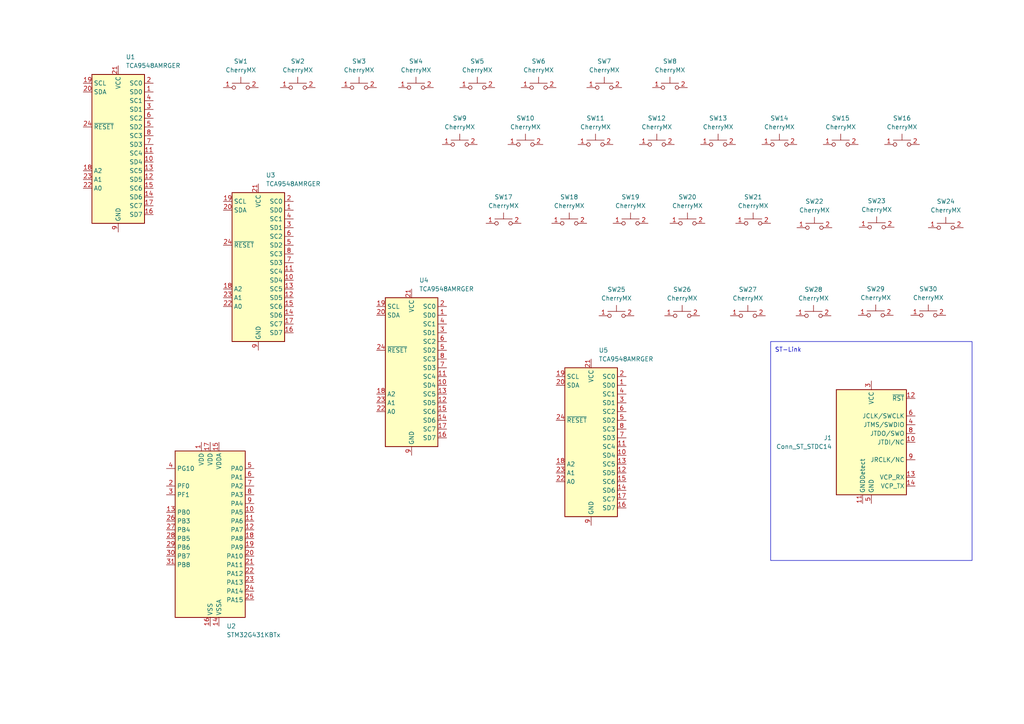
<source format=kicad_sch>
(kicad_sch
	(version 20231120)
	(generator "eeschema")
	(generator_version "8.0")
	(uuid "335ee8d0-8d43-4909-9452-9bac8f03c2cf")
	(paper "A4")
	(lib_symbols
		(symbol "CherryMX:CherryMX"
			(pin_names
				(offset 0.254)
			)
			(exclude_from_sim no)
			(in_bom yes)
			(on_board yes)
			(property "Reference" "SW"
				(at 2.54 3.175 0)
				(effects
					(font
						(size 1.27 1.27)
					)
				)
			)
			(property "Value" "CherryMX"
				(at 0 -1.905 0)
				(effects
					(font
						(size 1.27 1.27)
					)
				)
			)
			(property "Footprint" ""
				(at 0 0.635 0)
				(effects
					(font
						(size 1.27 1.27)
					)
					(hide yes)
				)
			)
			(property "Datasheet" ""
				(at 0 0.635 0)
				(effects
					(font
						(size 1.27 1.27)
					)
					(hide yes)
				)
			)
			(property "Description" ""
				(at 0 0 0)
				(effects
					(font
						(size 1.27 1.27)
					)
					(hide yes)
				)
			)
			(symbol "CherryMX_1_1"
				(circle
					(center -2.032 0)
					(radius 0.508)
					(stroke
						(width 0)
						(type solid)
					)
					(fill
						(type none)
					)
				)
				(polyline
					(pts
						(xy 0 1.27) (xy 0 3.048)
					)
					(stroke
						(width 0)
						(type solid)
					)
					(fill
						(type none)
					)
				)
				(polyline
					(pts
						(xy 2.54 1.27) (xy -2.54 1.27)
					)
					(stroke
						(width 0)
						(type solid)
					)
					(fill
						(type none)
					)
				)
				(circle
					(center 2.032 0)
					(radius 0.508)
					(stroke
						(width 0)
						(type solid)
					)
					(fill
						(type none)
					)
				)
				(pin passive line
					(at -5.08 0 0)
					(length 2.54)
					(name "~"
						(effects
							(font
								(size 1.27 1.27)
							)
						)
					)
					(number "1"
						(effects
							(font
								(size 1.27 1.27)
							)
						)
					)
				)
				(pin passive line
					(at 5.08 0 180)
					(length 2.54)
					(name "~"
						(effects
							(font
								(size 1.27 1.27)
							)
						)
					)
					(number "2"
						(effects
							(font
								(size 1.27 1.27)
							)
						)
					)
				)
			)
		)
		(symbol "Connector:Conn_ST_STDC14"
			(exclude_from_sim no)
			(in_bom yes)
			(on_board yes)
			(property "Reference" "J"
				(at -8.89 16.51 0)
				(effects
					(font
						(size 1.27 1.27)
					)
					(justify right)
				)
			)
			(property "Value" "Conn_ST_STDC14"
				(at 17.78 16.51 0)
				(effects
					(font
						(size 1.27 1.27)
					)
					(justify right bottom)
				)
			)
			(property "Footprint" ""
				(at 0 0 0)
				(effects
					(font
						(size 1.27 1.27)
					)
					(hide yes)
				)
			)
			(property "Datasheet" "https://www.st.com/content/ccc/resource/technical/document/user_manual/group1/99/49/91/b6/b2/3a/46/e5/DM00526767/files/DM00526767.pdf/jcr:content/translations/en.DM00526767.pdf"
				(at -8.89 -31.75 90)
				(effects
					(font
						(size 1.27 1.27)
					)
					(hide yes)
				)
			)
			(property "Description" "ST Debug Connector, standard ARM Cortex-M SWD and JTAG interface plus UART"
				(at 0 0 0)
				(effects
					(font
						(size 1.27 1.27)
					)
					(hide yes)
				)
			)
			(property "ki_keywords" "ST STM32 Cortex Debug Connector ARM SWD JTAG"
				(at 0 0 0)
				(effects
					(font
						(size 1.27 1.27)
					)
					(hide yes)
				)
			)
			(property "ki_fp_filters" "PinHeader?2x07?P1.27mm*"
				(at 0 0 0)
				(effects
					(font
						(size 1.27 1.27)
					)
					(hide yes)
				)
			)
			(symbol "Conn_ST_STDC14_0_1"
				(rectangle
					(start -10.16 15.24)
					(end 10.16 -15.24)
					(stroke
						(width 0.254)
						(type default)
					)
					(fill
						(type background)
					)
				)
			)
			(symbol "Conn_ST_STDC14_1_1"
				(pin no_connect line
					(at -10.16 5.08 0)
					(length 2.54) hide
					(name "NC"
						(effects
							(font
								(size 1.27 1.27)
							)
						)
					)
					(number "1"
						(effects
							(font
								(size 1.27 1.27)
							)
						)
					)
				)
				(pin output line
					(at 12.7 0 180)
					(length 2.54)
					(name "JTDI/NC"
						(effects
							(font
								(size 1.27 1.27)
							)
						)
					)
					(number "10"
						(effects
							(font
								(size 1.27 1.27)
							)
						)
					)
				)
				(pin passive line
					(at -2.54 -17.78 90)
					(length 2.54)
					(name "GNDDetect"
						(effects
							(font
								(size 1.27 1.27)
							)
						)
					)
					(number "11"
						(effects
							(font
								(size 1.27 1.27)
							)
						)
					)
				)
				(pin open_collector line
					(at 12.7 12.7 180)
					(length 2.54)
					(name "~{RST}"
						(effects
							(font
								(size 1.27 1.27)
							)
						)
					)
					(number "12"
						(effects
							(font
								(size 1.27 1.27)
							)
						)
					)
				)
				(pin output line
					(at 12.7 -10.16 180)
					(length 2.54)
					(name "VCP_RX"
						(effects
							(font
								(size 1.27 1.27)
							)
						)
					)
					(number "13"
						(effects
							(font
								(size 1.27 1.27)
							)
						)
					)
				)
				(pin input line
					(at 12.7 -12.7 180)
					(length 2.54)
					(name "VCP_TX"
						(effects
							(font
								(size 1.27 1.27)
							)
						)
					)
					(number "14"
						(effects
							(font
								(size 1.27 1.27)
							)
						)
					)
				)
				(pin no_connect line
					(at -10.16 2.54 0)
					(length 2.54) hide
					(name "NC"
						(effects
							(font
								(size 1.27 1.27)
							)
						)
					)
					(number "2"
						(effects
							(font
								(size 1.27 1.27)
							)
						)
					)
				)
				(pin power_in line
					(at 0 17.78 270)
					(length 2.54)
					(name "VCC"
						(effects
							(font
								(size 1.27 1.27)
							)
						)
					)
					(number "3"
						(effects
							(font
								(size 1.27 1.27)
							)
						)
					)
				)
				(pin bidirectional line
					(at 12.7 5.08 180)
					(length 2.54)
					(name "JTMS/SWDIO"
						(effects
							(font
								(size 1.27 1.27)
							)
						)
					)
					(number "4"
						(effects
							(font
								(size 1.27 1.27)
							)
						)
					)
				)
				(pin power_in line
					(at 0 -17.78 90)
					(length 2.54)
					(name "GND"
						(effects
							(font
								(size 1.27 1.27)
							)
						)
					)
					(number "5"
						(effects
							(font
								(size 1.27 1.27)
							)
						)
					)
				)
				(pin output line
					(at 12.7 7.62 180)
					(length 2.54)
					(name "JCLK/SWCLK"
						(effects
							(font
								(size 1.27 1.27)
							)
						)
					)
					(number "6"
						(effects
							(font
								(size 1.27 1.27)
							)
						)
					)
				)
				(pin passive line
					(at 0 -17.78 90)
					(length 2.54) hide
					(name "GND"
						(effects
							(font
								(size 1.27 1.27)
							)
						)
					)
					(number "7"
						(effects
							(font
								(size 1.27 1.27)
							)
						)
					)
				)
				(pin input line
					(at 12.7 2.54 180)
					(length 2.54)
					(name "JTDO/SWO"
						(effects
							(font
								(size 1.27 1.27)
							)
						)
					)
					(number "8"
						(effects
							(font
								(size 1.27 1.27)
							)
						)
					)
				)
				(pin input line
					(at 12.7 -5.08 180)
					(length 2.54)
					(name "JRCLK/NC"
						(effects
							(font
								(size 1.27 1.27)
							)
						)
					)
					(number "9"
						(effects
							(font
								(size 1.27 1.27)
							)
						)
					)
				)
			)
		)
		(symbol "Interface_Expansion:TCA9548AMRGER"
			(exclude_from_sim no)
			(in_bom yes)
			(on_board yes)
			(property "Reference" "U"
				(at -7.62 21.59 0)
				(effects
					(font
						(size 1.27 1.27)
					)
					(justify left)
				)
			)
			(property "Value" "TCA9548AMRGER"
				(at 1.016 21.59 0)
				(effects
					(font
						(size 1.27 1.27)
					)
					(justify left)
				)
			)
			(property "Footprint" "Package_DFN_QFN:Texas_RGE0024C_VQFN-24-1EP_4x4mm_P0.5mm_EP2.1x2.1mm"
				(at 0 -25.4 0)
				(effects
					(font
						(size 1.27 1.27)
					)
					(hide yes)
				)
			)
			(property "Datasheet" "http://www.ti.com/lit/ds/symlink/tca9548a.pdf"
				(at 1.27 6.35 0)
				(effects
					(font
						(size 1.27 1.27)
					)
					(hide yes)
				)
			)
			(property "Description" "Low voltage 8-channel I2C switch with reset, VQFN-24"
				(at 0 0 0)
				(effects
					(font
						(size 1.27 1.27)
					)
					(hide yes)
				)
			)
			(property "ki_keywords" "Low voltage 8-channel I2C switch with reset"
				(at 0 0 0)
				(effects
					(font
						(size 1.27 1.27)
					)
					(hide yes)
				)
			)
			(property "ki_fp_filters" "Texas*RGE0024C*"
				(at 0 0 0)
				(effects
					(font
						(size 1.27 1.27)
					)
					(hide yes)
				)
			)
			(symbol "TCA9548AMRGER_0_1"
				(rectangle
					(start -7.62 20.32)
					(end 7.62 -22.86)
					(stroke
						(width 0.254)
						(type default)
					)
					(fill
						(type background)
					)
				)
			)
			(symbol "TCA9548AMRGER_1_1"
				(pin bidirectional line
					(at 10.16 15.24 180)
					(length 2.54)
					(name "SD0"
						(effects
							(font
								(size 1.27 1.27)
							)
						)
					)
					(number "1"
						(effects
							(font
								(size 1.27 1.27)
							)
						)
					)
				)
				(pin bidirectional line
					(at 10.16 -5.08 180)
					(length 2.54)
					(name "SD4"
						(effects
							(font
								(size 1.27 1.27)
							)
						)
					)
					(number "10"
						(effects
							(font
								(size 1.27 1.27)
							)
						)
					)
				)
				(pin output line
					(at 10.16 -2.54 180)
					(length 2.54)
					(name "SC4"
						(effects
							(font
								(size 1.27 1.27)
							)
						)
					)
					(number "11"
						(effects
							(font
								(size 1.27 1.27)
							)
						)
					)
				)
				(pin bidirectional line
					(at 10.16 -10.16 180)
					(length 2.54)
					(name "SD5"
						(effects
							(font
								(size 1.27 1.27)
							)
						)
					)
					(number "12"
						(effects
							(font
								(size 1.27 1.27)
							)
						)
					)
				)
				(pin output line
					(at 10.16 -7.62 180)
					(length 2.54)
					(name "SC5"
						(effects
							(font
								(size 1.27 1.27)
							)
						)
					)
					(number "13"
						(effects
							(font
								(size 1.27 1.27)
							)
						)
					)
				)
				(pin bidirectional line
					(at 10.16 -15.24 180)
					(length 2.54)
					(name "SD6"
						(effects
							(font
								(size 1.27 1.27)
							)
						)
					)
					(number "14"
						(effects
							(font
								(size 1.27 1.27)
							)
						)
					)
				)
				(pin output line
					(at 10.16 -12.7 180)
					(length 2.54)
					(name "SC6"
						(effects
							(font
								(size 1.27 1.27)
							)
						)
					)
					(number "15"
						(effects
							(font
								(size 1.27 1.27)
							)
						)
					)
				)
				(pin bidirectional line
					(at 10.16 -20.32 180)
					(length 2.54)
					(name "SD7"
						(effects
							(font
								(size 1.27 1.27)
							)
						)
					)
					(number "16"
						(effects
							(font
								(size 1.27 1.27)
							)
						)
					)
				)
				(pin output line
					(at 10.16 -17.78 180)
					(length 2.54)
					(name "SC7"
						(effects
							(font
								(size 1.27 1.27)
							)
						)
					)
					(number "17"
						(effects
							(font
								(size 1.27 1.27)
							)
						)
					)
				)
				(pin input line
					(at -10.16 -7.62 0)
					(length 2.54)
					(name "A2"
						(effects
							(font
								(size 1.27 1.27)
							)
						)
					)
					(number "18"
						(effects
							(font
								(size 1.27 1.27)
							)
						)
					)
				)
				(pin input line
					(at -10.16 17.78 0)
					(length 2.54)
					(name "SCL"
						(effects
							(font
								(size 1.27 1.27)
							)
						)
					)
					(number "19"
						(effects
							(font
								(size 1.27 1.27)
							)
						)
					)
				)
				(pin output line
					(at 10.16 17.78 180)
					(length 2.54)
					(name "SC0"
						(effects
							(font
								(size 1.27 1.27)
							)
						)
					)
					(number "2"
						(effects
							(font
								(size 1.27 1.27)
							)
						)
					)
				)
				(pin bidirectional line
					(at -10.16 15.24 0)
					(length 2.54)
					(name "SDA"
						(effects
							(font
								(size 1.27 1.27)
							)
						)
					)
					(number "20"
						(effects
							(font
								(size 1.27 1.27)
							)
						)
					)
				)
				(pin power_in line
					(at 0 22.86 270)
					(length 2.54)
					(name "VCC"
						(effects
							(font
								(size 1.27 1.27)
							)
						)
					)
					(number "21"
						(effects
							(font
								(size 1.27 1.27)
							)
						)
					)
				)
				(pin input line
					(at -10.16 -12.7 0)
					(length 2.54)
					(name "A0"
						(effects
							(font
								(size 1.27 1.27)
							)
						)
					)
					(number "22"
						(effects
							(font
								(size 1.27 1.27)
							)
						)
					)
				)
				(pin input line
					(at -10.16 -10.16 0)
					(length 2.54)
					(name "A1"
						(effects
							(font
								(size 1.27 1.27)
							)
						)
					)
					(number "23"
						(effects
							(font
								(size 1.27 1.27)
							)
						)
					)
				)
				(pin input line
					(at -10.16 5.08 0)
					(length 2.54)
					(name "~{RESET}"
						(effects
							(font
								(size 1.27 1.27)
							)
						)
					)
					(number "24"
						(effects
							(font
								(size 1.27 1.27)
							)
						)
					)
				)
				(pin no_connect line
					(at -7.62 -15.24 0)
					(length 2.54) hide
					(name "1EP"
						(effects
							(font
								(size 1.27 1.27)
							)
						)
					)
					(number "25"
						(effects
							(font
								(size 1.27 1.27)
							)
						)
					)
				)
				(pin bidirectional line
					(at 10.16 10.16 180)
					(length 2.54)
					(name "SD1"
						(effects
							(font
								(size 1.27 1.27)
							)
						)
					)
					(number "3"
						(effects
							(font
								(size 1.27 1.27)
							)
						)
					)
				)
				(pin output line
					(at 10.16 12.7 180)
					(length 2.54)
					(name "SC1"
						(effects
							(font
								(size 1.27 1.27)
							)
						)
					)
					(number "4"
						(effects
							(font
								(size 1.27 1.27)
							)
						)
					)
				)
				(pin bidirectional line
					(at 10.16 5.08 180)
					(length 2.54)
					(name "SD2"
						(effects
							(font
								(size 1.27 1.27)
							)
						)
					)
					(number "5"
						(effects
							(font
								(size 1.27 1.27)
							)
						)
					)
				)
				(pin output line
					(at 10.16 7.62 180)
					(length 2.54)
					(name "SC2"
						(effects
							(font
								(size 1.27 1.27)
							)
						)
					)
					(number "6"
						(effects
							(font
								(size 1.27 1.27)
							)
						)
					)
				)
				(pin bidirectional line
					(at 10.16 0 180)
					(length 2.54)
					(name "SD3"
						(effects
							(font
								(size 1.27 1.27)
							)
						)
					)
					(number "7"
						(effects
							(font
								(size 1.27 1.27)
							)
						)
					)
				)
				(pin output line
					(at 10.16 2.54 180)
					(length 2.54)
					(name "SC3"
						(effects
							(font
								(size 1.27 1.27)
							)
						)
					)
					(number "8"
						(effects
							(font
								(size 1.27 1.27)
							)
						)
					)
				)
				(pin power_in line
					(at 0 -25.4 90)
					(length 2.54)
					(name "GND"
						(effects
							(font
								(size 1.27 1.27)
							)
						)
					)
					(number "9"
						(effects
							(font
								(size 1.27 1.27)
							)
						)
					)
				)
			)
		)
		(symbol "MCU_ST_STM32G4:STM32G431KBTx"
			(exclude_from_sim no)
			(in_bom yes)
			(on_board yes)
			(property "Reference" "U"
				(at -10.16 26.67 0)
				(effects
					(font
						(size 1.27 1.27)
					)
					(justify left)
				)
			)
			(property "Value" "STM32G431KBTx"
				(at 5.08 26.67 0)
				(effects
					(font
						(size 1.27 1.27)
					)
					(justify left)
				)
			)
			(property "Footprint" "Package_QFP:LQFP-32_7x7mm_P0.8mm"
				(at -10.16 -22.86 0)
				(effects
					(font
						(size 1.27 1.27)
					)
					(justify right)
					(hide yes)
				)
			)
			(property "Datasheet" "https://www.st.com/resource/en/datasheet/stm32g431kb.pdf"
				(at 0 0 0)
				(effects
					(font
						(size 1.27 1.27)
					)
					(hide yes)
				)
			)
			(property "Description" "STMicroelectronics Arm Cortex-M4 MCU, 128KB flash, 32KB RAM, 170 MHz, 1.71-3.6V, 26 GPIO, LQFP32"
				(at 0 0 0)
				(effects
					(font
						(size 1.27 1.27)
					)
					(hide yes)
				)
			)
			(property "ki_keywords" "Arm Cortex-M4 STM32G4 STM32G4x1"
				(at 0 0 0)
				(effects
					(font
						(size 1.27 1.27)
					)
					(hide yes)
				)
			)
			(property "ki_fp_filters" "LQFP*7x7mm*P0.8mm*"
				(at 0 0 0)
				(effects
					(font
						(size 1.27 1.27)
					)
					(hide yes)
				)
			)
			(symbol "STM32G431KBTx_0_1"
				(rectangle
					(start -10.16 -22.86)
					(end 10.16 25.4)
					(stroke
						(width 0.254)
						(type default)
					)
					(fill
						(type background)
					)
				)
			)
			(symbol "STM32G431KBTx_1_1"
				(pin power_in line
					(at -2.54 27.94 270)
					(length 2.54)
					(name "VDD"
						(effects
							(font
								(size 1.27 1.27)
							)
						)
					)
					(number "1"
						(effects
							(font
								(size 1.27 1.27)
							)
						)
					)
				)
				(pin bidirectional line
					(at 12.7 7.62 180)
					(length 2.54)
					(name "PA5"
						(effects
							(font
								(size 1.27 1.27)
							)
						)
					)
					(number "10"
						(effects
							(font
								(size 1.27 1.27)
							)
						)
					)
					(alternate "ADC2_IN13" bidirectional line)
					(alternate "COMP2_INM" bidirectional line)
					(alternate "DAC1_OUT2" bidirectional line)
					(alternate "OPAMP2_VINM" bidirectional line)
					(alternate "OPAMP2_VINM0" bidirectional line)
					(alternate "OPAMP2_VINM_SEC" bidirectional line)
					(alternate "SPI1_SCK" bidirectional line)
					(alternate "TIM2_CH1" bidirectional line)
					(alternate "TIM2_ETR" bidirectional line)
					(alternate "UCPD1_FRSTX1" bidirectional line)
					(alternate "UCPD1_FRSTX2" bidirectional line)
				)
				(pin bidirectional line
					(at 12.7 5.08 180)
					(length 2.54)
					(name "PA6"
						(effects
							(font
								(size 1.27 1.27)
							)
						)
					)
					(number "11"
						(effects
							(font
								(size 1.27 1.27)
							)
						)
					)
					(alternate "ADC2_IN3" bidirectional line)
					(alternate "COMP1_OUT" bidirectional line)
					(alternate "LPUART1_CTS" bidirectional line)
					(alternate "OPAMP2_VOUT" bidirectional line)
					(alternate "SPI1_MISO" bidirectional line)
					(alternate "TIM16_CH1" bidirectional line)
					(alternate "TIM1_BKIN" bidirectional line)
					(alternate "TIM3_CH1" bidirectional line)
					(alternate "TIM8_BKIN" bidirectional line)
				)
				(pin bidirectional line
					(at 12.7 2.54 180)
					(length 2.54)
					(name "PA7"
						(effects
							(font
								(size 1.27 1.27)
							)
						)
					)
					(number "12"
						(effects
							(font
								(size 1.27 1.27)
							)
						)
					)
					(alternate "ADC2_IN4" bidirectional line)
					(alternate "COMP2_INP" bidirectional line)
					(alternate "COMP2_OUT" bidirectional line)
					(alternate "OPAMP1_VINP" bidirectional line)
					(alternate "OPAMP1_VINP_SEC" bidirectional line)
					(alternate "OPAMP2_VINP" bidirectional line)
					(alternate "OPAMP2_VINP_SEC" bidirectional line)
					(alternate "SPI1_MOSI" bidirectional line)
					(alternate "TIM17_CH1" bidirectional line)
					(alternate "TIM1_CH1N" bidirectional line)
					(alternate "TIM3_CH2" bidirectional line)
					(alternate "TIM8_CH1N" bidirectional line)
					(alternate "UCPD1_FRSTX1" bidirectional line)
					(alternate "UCPD1_FRSTX2" bidirectional line)
				)
				(pin bidirectional line
					(at -12.7 7.62 0)
					(length 2.54)
					(name "PB0"
						(effects
							(font
								(size 1.27 1.27)
							)
						)
					)
					(number "13"
						(effects
							(font
								(size 1.27 1.27)
							)
						)
					)
					(alternate "ADC1_IN15" bidirectional line)
					(alternate "COMP4_INP" bidirectional line)
					(alternate "OPAMP2_VINP" bidirectional line)
					(alternate "OPAMP2_VINP_SEC" bidirectional line)
					(alternate "OPAMP3_VINP" bidirectional line)
					(alternate "OPAMP3_VINP_SEC" bidirectional line)
					(alternate "TIM1_CH2N" bidirectional line)
					(alternate "TIM3_CH3" bidirectional line)
					(alternate "TIM8_CH2N" bidirectional line)
					(alternate "UCPD1_FRSTX1" bidirectional line)
					(alternate "UCPD1_FRSTX2" bidirectional line)
				)
				(pin power_in line
					(at 2.54 -25.4 90)
					(length 2.54)
					(name "VSSA"
						(effects
							(font
								(size 1.27 1.27)
							)
						)
					)
					(number "14"
						(effects
							(font
								(size 1.27 1.27)
							)
						)
					)
				)
				(pin power_in line
					(at 2.54 27.94 270)
					(length 2.54)
					(name "VDDA"
						(effects
							(font
								(size 1.27 1.27)
							)
						)
					)
					(number "15"
						(effects
							(font
								(size 1.27 1.27)
							)
						)
					)
				)
				(pin power_in line
					(at 0 -25.4 90)
					(length 2.54)
					(name "VSS"
						(effects
							(font
								(size 1.27 1.27)
							)
						)
					)
					(number "16"
						(effects
							(font
								(size 1.27 1.27)
							)
						)
					)
				)
				(pin power_in line
					(at 0 27.94 270)
					(length 2.54)
					(name "VDD"
						(effects
							(font
								(size 1.27 1.27)
							)
						)
					)
					(number "17"
						(effects
							(font
								(size 1.27 1.27)
							)
						)
					)
				)
				(pin bidirectional line
					(at 12.7 0 180)
					(length 2.54)
					(name "PA8"
						(effects
							(font
								(size 1.27 1.27)
							)
						)
					)
					(number "18"
						(effects
							(font
								(size 1.27 1.27)
							)
						)
					)
					(alternate "I2C2_SDA" bidirectional line)
					(alternate "I2C3_SCL" bidirectional line)
					(alternate "I2S2_MCK" bidirectional line)
					(alternate "RCC_MCO" bidirectional line)
					(alternate "SAI1_CK2" bidirectional line)
					(alternate "SAI1_SCK_A" bidirectional line)
					(alternate "TIM1_CH1" bidirectional line)
					(alternate "TIM4_ETR" bidirectional line)
					(alternate "USART1_CK" bidirectional line)
				)
				(pin bidirectional line
					(at 12.7 -2.54 180)
					(length 2.54)
					(name "PA9"
						(effects
							(font
								(size 1.27 1.27)
							)
						)
					)
					(number "19"
						(effects
							(font
								(size 1.27 1.27)
							)
						)
					)
					(alternate "DAC1_EXTI9" bidirectional line)
					(alternate "DAC3_EXTI9" bidirectional line)
					(alternate "I2C2_SCL" bidirectional line)
					(alternate "I2C3_SMBA" bidirectional line)
					(alternate "I2S3_MCK" bidirectional line)
					(alternate "SAI1_FS_A" bidirectional line)
					(alternate "TIM15_BKIN" bidirectional line)
					(alternate "TIM1_CH2" bidirectional line)
					(alternate "TIM2_CH3" bidirectional line)
					(alternate "UCPD1_DBCC1" bidirectional line)
					(alternate "USART1_TX" bidirectional line)
				)
				(pin bidirectional line
					(at -12.7 15.24 0)
					(length 2.54)
					(name "PF0"
						(effects
							(font
								(size 1.27 1.27)
							)
						)
					)
					(number "2"
						(effects
							(font
								(size 1.27 1.27)
							)
						)
					)
					(alternate "ADC1_IN10" bidirectional line)
					(alternate "I2C2_SDA" bidirectional line)
					(alternate "I2S2_WS" bidirectional line)
					(alternate "RCC_OSC_IN" bidirectional line)
					(alternate "SPI2_NSS" bidirectional line)
					(alternate "TIM1_CH3N" bidirectional line)
				)
				(pin bidirectional line
					(at 12.7 -5.08 180)
					(length 2.54)
					(name "PA10"
						(effects
							(font
								(size 1.27 1.27)
							)
						)
					)
					(number "20"
						(effects
							(font
								(size 1.27 1.27)
							)
						)
					)
					(alternate "CRS_SYNC" bidirectional line)
					(alternate "DAC1_EXTI10" bidirectional line)
					(alternate "DAC3_EXTI10" bidirectional line)
					(alternate "I2C2_SMBA" bidirectional line)
					(alternate "SAI1_D1" bidirectional line)
					(alternate "SAI1_SD_A" bidirectional line)
					(alternate "SPI2_MISO" bidirectional line)
					(alternate "TIM17_BKIN" bidirectional line)
					(alternate "TIM1_CH3" bidirectional line)
					(alternate "TIM2_CH4" bidirectional line)
					(alternate "TIM8_BKIN" bidirectional line)
					(alternate "UCPD1_DBCC2" bidirectional line)
					(alternate "USART1_RX" bidirectional line)
				)
				(pin bidirectional line
					(at 12.7 -7.62 180)
					(length 2.54)
					(name "PA11"
						(effects
							(font
								(size 1.27 1.27)
							)
						)
					)
					(number "21"
						(effects
							(font
								(size 1.27 1.27)
							)
						)
					)
					(alternate "ADC1_EXTI11" bidirectional line)
					(alternate "ADC2_EXTI11" bidirectional line)
					(alternate "COMP1_OUT" bidirectional line)
					(alternate "FDCAN1_RX" bidirectional line)
					(alternate "I2S2_SD" bidirectional line)
					(alternate "SPI2_MOSI" bidirectional line)
					(alternate "TIM1_BKIN2" bidirectional line)
					(alternate "TIM1_CH1N" bidirectional line)
					(alternate "TIM1_CH4" bidirectional line)
					(alternate "TIM4_CH1" bidirectional line)
					(alternate "USART1_CTS" bidirectional line)
					(alternate "USART1_NSS" bidirectional line)
					(alternate "USB_DM" bidirectional line)
				)
				(pin bidirectional line
					(at 12.7 -10.16 180)
					(length 2.54)
					(name "PA12"
						(effects
							(font
								(size 1.27 1.27)
							)
						)
					)
					(number "22"
						(effects
							(font
								(size 1.27 1.27)
							)
						)
					)
					(alternate "COMP2_OUT" bidirectional line)
					(alternate "FDCAN1_TX" bidirectional line)
					(alternate "I2S_CKIN" bidirectional line)
					(alternate "TIM16_CH1" bidirectional line)
					(alternate "TIM1_CH2N" bidirectional line)
					(alternate "TIM1_ETR" bidirectional line)
					(alternate "TIM4_CH2" bidirectional line)
					(alternate "USART1_DE" bidirectional line)
					(alternate "USART1_RTS" bidirectional line)
					(alternate "USB_DP" bidirectional line)
				)
				(pin bidirectional line
					(at 12.7 -12.7 180)
					(length 2.54)
					(name "PA13"
						(effects
							(font
								(size 1.27 1.27)
							)
						)
					)
					(number "23"
						(effects
							(font
								(size 1.27 1.27)
							)
						)
					)
					(alternate "I2C1_SCL" bidirectional line)
					(alternate "IR_OUT" bidirectional line)
					(alternate "SAI1_SD_B" bidirectional line)
					(alternate "SYS_JTMS-SWDIO" bidirectional line)
					(alternate "TIM16_CH1N" bidirectional line)
					(alternate "TIM4_CH3" bidirectional line)
				)
				(pin bidirectional line
					(at 12.7 -15.24 180)
					(length 2.54)
					(name "PA14"
						(effects
							(font
								(size 1.27 1.27)
							)
						)
					)
					(number "24"
						(effects
							(font
								(size 1.27 1.27)
							)
						)
					)
					(alternate "I2C1_SDA" bidirectional line)
					(alternate "LPTIM1_OUT" bidirectional line)
					(alternate "SAI1_FS_B" bidirectional line)
					(alternate "SYS_JTCK-SWCLK" bidirectional line)
					(alternate "TIM1_BKIN" bidirectional line)
					(alternate "TIM8_CH2" bidirectional line)
					(alternate "USART2_TX" bidirectional line)
				)
				(pin bidirectional line
					(at 12.7 -17.78 180)
					(length 2.54)
					(name "PA15"
						(effects
							(font
								(size 1.27 1.27)
							)
						)
					)
					(number "25"
						(effects
							(font
								(size 1.27 1.27)
							)
						)
					)
					(alternate "ADC1_EXTI15" bidirectional line)
					(alternate "ADC2_EXTI15" bidirectional line)
					(alternate "I2C1_SCL" bidirectional line)
					(alternate "I2S3_WS" bidirectional line)
					(alternate "SPI1_NSS" bidirectional line)
					(alternate "SPI3_NSS" bidirectional line)
					(alternate "SYS_JTDI" bidirectional line)
					(alternate "TIM1_BKIN" bidirectional line)
					(alternate "TIM2_CH1" bidirectional line)
					(alternate "TIM2_ETR" bidirectional line)
					(alternate "TIM8_CH1" bidirectional line)
					(alternate "USART2_RX" bidirectional line)
				)
				(pin bidirectional line
					(at -12.7 5.08 0)
					(length 2.54)
					(name "PB3"
						(effects
							(font
								(size 1.27 1.27)
							)
						)
					)
					(number "26"
						(effects
							(font
								(size 1.27 1.27)
							)
						)
					)
					(alternate "CRS_SYNC" bidirectional line)
					(alternate "I2S3_CK" bidirectional line)
					(alternate "SAI1_SCK_B" bidirectional line)
					(alternate "SPI1_SCK" bidirectional line)
					(alternate "SPI3_SCK" bidirectional line)
					(alternate "SYS_JTDO-SWO" bidirectional line)
					(alternate "TIM2_CH2" bidirectional line)
					(alternate "TIM3_ETR" bidirectional line)
					(alternate "TIM4_ETR" bidirectional line)
					(alternate "TIM8_CH1N" bidirectional line)
					(alternate "USART2_TX" bidirectional line)
				)
				(pin bidirectional line
					(at -12.7 2.54 0)
					(length 2.54)
					(name "PB4"
						(effects
							(font
								(size 1.27 1.27)
							)
						)
					)
					(number "27"
						(effects
							(font
								(size 1.27 1.27)
							)
						)
					)
					(alternate "SAI1_MCLK_B" bidirectional line)
					(alternate "SPI1_MISO" bidirectional line)
					(alternate "SPI3_MISO" bidirectional line)
					(alternate "SYS_JTRST" bidirectional line)
					(alternate "TIM16_CH1" bidirectional line)
					(alternate "TIM17_BKIN" bidirectional line)
					(alternate "TIM3_CH1" bidirectional line)
					(alternate "TIM8_CH2N" bidirectional line)
					(alternate "UCPD1_CC2" bidirectional line)
					(alternate "USART2_RX" bidirectional line)
				)
				(pin bidirectional line
					(at -12.7 0 0)
					(length 2.54)
					(name "PB5"
						(effects
							(font
								(size 1.27 1.27)
							)
						)
					)
					(number "28"
						(effects
							(font
								(size 1.27 1.27)
							)
						)
					)
					(alternate "I2C1_SMBA" bidirectional line)
					(alternate "I2C3_SDA" bidirectional line)
					(alternate "I2S3_SD" bidirectional line)
					(alternate "LPTIM1_IN1" bidirectional line)
					(alternate "SAI1_SD_B" bidirectional line)
					(alternate "SPI1_MOSI" bidirectional line)
					(alternate "SPI3_MOSI" bidirectional line)
					(alternate "TIM16_BKIN" bidirectional line)
					(alternate "TIM17_CH1" bidirectional line)
					(alternate "TIM3_CH2" bidirectional line)
					(alternate "TIM8_CH3N" bidirectional line)
					(alternate "USART2_CK" bidirectional line)
				)
				(pin bidirectional line
					(at -12.7 -2.54 0)
					(length 2.54)
					(name "PB6"
						(effects
							(font
								(size 1.27 1.27)
							)
						)
					)
					(number "29"
						(effects
							(font
								(size 1.27 1.27)
							)
						)
					)
					(alternate "COMP4_OUT" bidirectional line)
					(alternate "LPTIM1_ETR" bidirectional line)
					(alternate "SAI1_FS_B" bidirectional line)
					(alternate "TIM16_CH1N" bidirectional line)
					(alternate "TIM4_CH1" bidirectional line)
					(alternate "TIM8_BKIN2" bidirectional line)
					(alternate "TIM8_CH1" bidirectional line)
					(alternate "TIM8_ETR" bidirectional line)
					(alternate "UCPD1_CC1" bidirectional line)
					(alternate "USART1_TX" bidirectional line)
				)
				(pin bidirectional line
					(at -12.7 12.7 0)
					(length 2.54)
					(name "PF1"
						(effects
							(font
								(size 1.27 1.27)
							)
						)
					)
					(number "3"
						(effects
							(font
								(size 1.27 1.27)
							)
						)
					)
					(alternate "ADC2_IN10" bidirectional line)
					(alternate "COMP3_INM" bidirectional line)
					(alternate "I2S2_CK" bidirectional line)
					(alternate "RCC_OSC_OUT" bidirectional line)
					(alternate "SPI2_SCK" bidirectional line)
				)
				(pin bidirectional line
					(at -12.7 -5.08 0)
					(length 2.54)
					(name "PB7"
						(effects
							(font
								(size 1.27 1.27)
							)
						)
					)
					(number "30"
						(effects
							(font
								(size 1.27 1.27)
							)
						)
					)
					(alternate "COMP3_OUT" bidirectional line)
					(alternate "I2C1_SDA" bidirectional line)
					(alternate "LPTIM1_IN2" bidirectional line)
					(alternate "SYS_PVD_IN" bidirectional line)
					(alternate "TIM17_CH1N" bidirectional line)
					(alternate "TIM3_CH4" bidirectional line)
					(alternate "TIM4_CH2" bidirectional line)
					(alternate "TIM8_BKIN" bidirectional line)
					(alternate "USART1_RX" bidirectional line)
				)
				(pin bidirectional line
					(at -12.7 -7.62 0)
					(length 2.54)
					(name "PB8"
						(effects
							(font
								(size 1.27 1.27)
							)
						)
					)
					(number "31"
						(effects
							(font
								(size 1.27 1.27)
							)
						)
					)
					(alternate "COMP1_OUT" bidirectional line)
					(alternate "FDCAN1_RX" bidirectional line)
					(alternate "I2C1_SCL" bidirectional line)
					(alternate "SAI1_CK1" bidirectional line)
					(alternate "SAI1_MCLK_A" bidirectional line)
					(alternate "TIM16_CH1" bidirectional line)
					(alternate "TIM1_BKIN" bidirectional line)
					(alternate "TIM4_CH3" bidirectional line)
					(alternate "TIM8_CH2" bidirectional line)
				)
				(pin passive line
					(at 0 -25.4 90)
					(length 2.54) hide
					(name "VSS"
						(effects
							(font
								(size 1.27 1.27)
							)
						)
					)
					(number "32"
						(effects
							(font
								(size 1.27 1.27)
							)
						)
					)
				)
				(pin bidirectional line
					(at -12.7 20.32 0)
					(length 2.54)
					(name "PG10"
						(effects
							(font
								(size 1.27 1.27)
							)
						)
					)
					(number "4"
						(effects
							(font
								(size 1.27 1.27)
							)
						)
					)
					(alternate "DAC1_EXTI10" bidirectional line)
					(alternate "DAC3_EXTI10" bidirectional line)
					(alternate "RCC_MCO" bidirectional line)
				)
				(pin bidirectional line
					(at 12.7 20.32 180)
					(length 2.54)
					(name "PA0"
						(effects
							(font
								(size 1.27 1.27)
							)
						)
					)
					(number "5"
						(effects
							(font
								(size 1.27 1.27)
							)
						)
					)
					(alternate "ADC1_IN1" bidirectional line)
					(alternate "ADC2_IN1" bidirectional line)
					(alternate "COMP1_INM" bidirectional line)
					(alternate "COMP1_OUT" bidirectional line)
					(alternate "COMP3_INP" bidirectional line)
					(alternate "RTC_TAMP2" bidirectional line)
					(alternate "SYS_WKUP1" bidirectional line)
					(alternate "TIM2_CH1" bidirectional line)
					(alternate "TIM2_ETR" bidirectional line)
					(alternate "TIM8_BKIN" bidirectional line)
					(alternate "TIM8_ETR" bidirectional line)
					(alternate "USART2_CTS" bidirectional line)
					(alternate "USART2_NSS" bidirectional line)
				)
				(pin bidirectional line
					(at 12.7 17.78 180)
					(length 2.54)
					(name "PA1"
						(effects
							(font
								(size 1.27 1.27)
							)
						)
					)
					(number "6"
						(effects
							(font
								(size 1.27 1.27)
							)
						)
					)
					(alternate "ADC1_IN2" bidirectional line)
					(alternate "ADC2_IN2" bidirectional line)
					(alternate "COMP1_INP" bidirectional line)
					(alternate "OPAMP1_VINP" bidirectional line)
					(alternate "OPAMP1_VINP_SEC" bidirectional line)
					(alternate "OPAMP3_VINP" bidirectional line)
					(alternate "OPAMP3_VINP_SEC" bidirectional line)
					(alternate "RTC_REFIN" bidirectional line)
					(alternate "TIM15_CH1N" bidirectional line)
					(alternate "TIM2_CH2" bidirectional line)
					(alternate "USART2_DE" bidirectional line)
					(alternate "USART2_RTS" bidirectional line)
				)
				(pin bidirectional line
					(at 12.7 15.24 180)
					(length 2.54)
					(name "PA2"
						(effects
							(font
								(size 1.27 1.27)
							)
						)
					)
					(number "7"
						(effects
							(font
								(size 1.27 1.27)
							)
						)
					)
					(alternate "ADC1_IN3" bidirectional line)
					(alternate "COMP2_INM" bidirectional line)
					(alternate "COMP2_OUT" bidirectional line)
					(alternate "LPUART1_TX" bidirectional line)
					(alternate "OPAMP1_VOUT" bidirectional line)
					(alternate "RCC_LSCO" bidirectional line)
					(alternate "SYS_WKUP4" bidirectional line)
					(alternate "TIM15_CH1" bidirectional line)
					(alternate "TIM2_CH3" bidirectional line)
					(alternate "UCPD1_FRSTX1" bidirectional line)
					(alternate "UCPD1_FRSTX2" bidirectional line)
					(alternate "USART2_TX" bidirectional line)
				)
				(pin bidirectional line
					(at 12.7 12.7 180)
					(length 2.54)
					(name "PA3"
						(effects
							(font
								(size 1.27 1.27)
							)
						)
					)
					(number "8"
						(effects
							(font
								(size 1.27 1.27)
							)
						)
					)
					(alternate "ADC1_IN4" bidirectional line)
					(alternate "COMP2_INP" bidirectional line)
					(alternate "LPUART1_RX" bidirectional line)
					(alternate "OPAMP1_VINM" bidirectional line)
					(alternate "OPAMP1_VINM0" bidirectional line)
					(alternate "OPAMP1_VINM_SEC" bidirectional line)
					(alternate "OPAMP1_VINP" bidirectional line)
					(alternate "OPAMP1_VINP_SEC" bidirectional line)
					(alternate "SAI1_CK1" bidirectional line)
					(alternate "SAI1_MCLK_A" bidirectional line)
					(alternate "TIM15_CH2" bidirectional line)
					(alternate "TIM2_CH4" bidirectional line)
					(alternate "USART2_RX" bidirectional line)
				)
				(pin bidirectional line
					(at 12.7 10.16 180)
					(length 2.54)
					(name "PA4"
						(effects
							(font
								(size 1.27 1.27)
							)
						)
					)
					(number "9"
						(effects
							(font
								(size 1.27 1.27)
							)
						)
					)
					(alternate "ADC2_IN17" bidirectional line)
					(alternate "COMP1_INM" bidirectional line)
					(alternate "DAC1_OUT1" bidirectional line)
					(alternate "I2S3_WS" bidirectional line)
					(alternate "SAI1_FS_B" bidirectional line)
					(alternate "SPI1_NSS" bidirectional line)
					(alternate "SPI3_NSS" bidirectional line)
					(alternate "TIM3_CH2" bidirectional line)
					(alternate "USART2_CK" bidirectional line)
				)
			)
		)
	)
	(rectangle
		(start 223.52 99.06)
		(end 281.94 162.56)
		(stroke
			(width 0)
			(type default)
		)
		(fill
			(type none)
		)
		(uuid 7da4ab81-06cb-47b7-89e6-58e9f7ae0483)
	)
	(text "ST-Link\n"
		(exclude_from_sim no)
		(at 228.6 101.6 0)
		(effects
			(font
				(size 1.27 1.27)
			)
		)
		(uuid "8e54865b-8af4-4cc7-a406-f39783164164")
	)
	(symbol
		(lib_id "Interface_Expansion:TCA9548AMRGER")
		(at 34.29 41.91 0)
		(unit 1)
		(exclude_from_sim no)
		(in_bom yes)
		(on_board yes)
		(dnp no)
		(fields_autoplaced yes)
		(uuid "19f6de0d-f30c-48d4-a844-3f7d0aed6fd7")
		(property "Reference" "U1"
			(at 36.4841 16.51 0)
			(effects
				(font
					(size 1.27 1.27)
				)
				(justify left)
			)
		)
		(property "Value" "TCA9548AMRGER"
			(at 36.4841 19.05 0)
			(effects
				(font
					(size 1.27 1.27)
				)
				(justify left)
			)
		)
		(property "Footprint" "Package_DFN_QFN:Texas_RGE0024C_VQFN-24-1EP_4x4mm_P0.5mm_EP2.1x2.1mm"
			(at 34.29 67.31 0)
			(effects
				(font
					(size 1.27 1.27)
				)
				(hide yes)
			)
		)
		(property "Datasheet" "http://www.ti.com/lit/ds/symlink/tca9548a.pdf"
			(at 35.56 35.56 0)
			(effects
				(font
					(size 1.27 1.27)
				)
				(hide yes)
			)
		)
		(property "Description" "Low voltage 8-channel I2C switch with reset, VQFN-24"
			(at 34.29 41.91 0)
			(effects
				(font
					(size 1.27 1.27)
				)
				(hide yes)
			)
		)
		(pin "9"
			(uuid "0c753d15-b182-41ac-ba48-0b774939f2d4")
		)
		(pin "14"
			(uuid "c42f278a-3258-40f2-bb3b-9bc1feb2c70f")
		)
		(pin "18"
			(uuid "29af9aed-6676-4480-9969-33797ceb9aff")
		)
		(pin "17"
			(uuid "13617d25-bfed-4014-9c64-53dd85fa56a7")
		)
		(pin "13"
			(uuid "d3c07bd0-08a9-49a6-96e1-e02b61f84ded")
		)
		(pin "5"
			(uuid "6c167dc0-c7ed-4c6f-ba93-60fa208c6d0f")
		)
		(pin "16"
			(uuid "f2e599cb-740a-4e3b-8179-a48f18613f59")
		)
		(pin "19"
			(uuid "2e3fb445-fc4a-47a2-83cd-9936c2ece8be")
		)
		(pin "1"
			(uuid "484fa259-e340-4698-93e2-8acb5a6db387")
		)
		(pin "7"
			(uuid "cbd2171a-c47d-413f-b9fd-3d54ee21c2ae")
		)
		(pin "10"
			(uuid "ad62f5d8-adb4-42fa-875f-9d5429f15baf")
		)
		(pin "22"
			(uuid "88f535ed-d4fa-47b4-bf07-ca7619ef416f")
		)
		(pin "6"
			(uuid "5064253b-fa61-4d1a-b18d-b2b24e192f3e")
		)
		(pin "11"
			(uuid "d3e5e747-6938-4177-a990-05e04fba2cc3")
		)
		(pin "20"
			(uuid "f443908d-4dba-4511-b501-f55fde014f08")
		)
		(pin "8"
			(uuid "0e5d1a4b-2725-4638-9316-183156a1dac0")
		)
		(pin "2"
			(uuid "bff30704-b81e-4ea9-8049-a295cfcacaf9")
		)
		(pin "25"
			(uuid "978f410b-b03d-46bf-adf9-194243f6f714")
		)
		(pin "12"
			(uuid "15cef6e8-c94b-4830-a627-ea5b1d415130")
		)
		(pin "24"
			(uuid "3ddf20f6-041d-4820-af5f-392913c66caf")
		)
		(pin "23"
			(uuid "3204ad3b-ce5a-431e-adeb-f302457d1b54")
		)
		(pin "4"
			(uuid "3adbb7d3-905b-44b1-9626-02163688b591")
		)
		(pin "21"
			(uuid "55680b95-758c-4b00-be90-516c878e1083")
		)
		(pin "15"
			(uuid "6f14d952-3ce3-4d64-8187-3336356dabb7")
		)
		(pin "3"
			(uuid "38031f10-0f39-4717-b3ff-ab51b28b6f8a")
		)
		(instances
			(project ""
				(path "/335ee8d0-8d43-4909-9452-9bac8f03c2cf"
					(reference "U1")
					(unit 1)
				)
			)
		)
	)
	(symbol
		(lib_id "CherryMX:CherryMX")
		(at 138.43 25.4 0)
		(unit 1)
		(exclude_from_sim no)
		(in_bom yes)
		(on_board yes)
		(dnp no)
		(fields_autoplaced yes)
		(uuid "29eaf0f1-d1f5-4584-b3ed-e40450960996")
		(property "Reference" "SW5"
			(at 138.43 17.78 0)
			(effects
				(font
					(size 1.27 1.27)
				)
			)
		)
		(property "Value" "CherryMX"
			(at 138.43 20.32 0)
			(effects
				(font
					(size 1.27 1.27)
				)
			)
		)
		(property "Footprint" ""
			(at 138.43 24.765 0)
			(effects
				(font
					(size 1.27 1.27)
				)
				(hide yes)
			)
		)
		(property "Datasheet" ""
			(at 138.43 24.765 0)
			(effects
				(font
					(size 1.27 1.27)
				)
				(hide yes)
			)
		)
		(property "Description" ""
			(at 138.43 25.4 0)
			(effects
				(font
					(size 1.27 1.27)
				)
				(hide yes)
			)
		)
		(pin "2"
			(uuid "d997c337-d08b-4d8e-9f89-0b2dd7ffdbec")
		)
		(pin "1"
			(uuid "2de33e45-f665-4440-85f8-0442499095b9")
		)
		(instances
			(project "PCB_Clavier"
				(path "/335ee8d0-8d43-4909-9452-9bac8f03c2cf"
					(reference "SW5")
					(unit 1)
				)
			)
		)
	)
	(symbol
		(lib_id "CherryMX:CherryMX")
		(at 194.31 25.4 0)
		(unit 1)
		(exclude_from_sim no)
		(in_bom yes)
		(on_board yes)
		(dnp no)
		(fields_autoplaced yes)
		(uuid "2a194068-4d44-472d-8903-8860bd487aa9")
		(property "Reference" "SW8"
			(at 194.31 17.78 0)
			(effects
				(font
					(size 1.27 1.27)
				)
			)
		)
		(property "Value" "CherryMX"
			(at 194.31 20.32 0)
			(effects
				(font
					(size 1.27 1.27)
				)
			)
		)
		(property "Footprint" ""
			(at 194.31 24.765 0)
			(effects
				(font
					(size 1.27 1.27)
				)
				(hide yes)
			)
		)
		(property "Datasheet" ""
			(at 194.31 24.765 0)
			(effects
				(font
					(size 1.27 1.27)
				)
				(hide yes)
			)
		)
		(property "Description" ""
			(at 194.31 25.4 0)
			(effects
				(font
					(size 1.27 1.27)
				)
				(hide yes)
			)
		)
		(pin "2"
			(uuid "f06558b0-964b-4391-a4da-7b89f256f181")
		)
		(pin "1"
			(uuid "b5847a7b-4984-47ad-b666-8825d0e8e5a9")
		)
		(instances
			(project "PCB_Clavier"
				(path "/335ee8d0-8d43-4909-9452-9bac8f03c2cf"
					(reference "SW8")
					(unit 1)
				)
			)
		)
	)
	(symbol
		(lib_id "Interface_Expansion:TCA9548AMRGER")
		(at 74.93 76.2 0)
		(unit 1)
		(exclude_from_sim no)
		(in_bom yes)
		(on_board yes)
		(dnp no)
		(fields_autoplaced yes)
		(uuid "2b32c732-bec0-441f-9ed4-72b87b121314")
		(property "Reference" "U3"
			(at 77.1241 50.8 0)
			(effects
				(font
					(size 1.27 1.27)
				)
				(justify left)
			)
		)
		(property "Value" "TCA9548AMRGER"
			(at 77.1241 53.34 0)
			(effects
				(font
					(size 1.27 1.27)
				)
				(justify left)
			)
		)
		(property "Footprint" "Package_DFN_QFN:Texas_RGE0024C_VQFN-24-1EP_4x4mm_P0.5mm_EP2.1x2.1mm"
			(at 74.93 101.6 0)
			(effects
				(font
					(size 1.27 1.27)
				)
				(hide yes)
			)
		)
		(property "Datasheet" "http://www.ti.com/lit/ds/symlink/tca9548a.pdf"
			(at 76.2 69.85 0)
			(effects
				(font
					(size 1.27 1.27)
				)
				(hide yes)
			)
		)
		(property "Description" "Low voltage 8-channel I2C switch with reset, VQFN-24"
			(at 74.93 76.2 0)
			(effects
				(font
					(size 1.27 1.27)
				)
				(hide yes)
			)
		)
		(pin "9"
			(uuid "14443b53-ce83-4f98-8748-cab72c45dff1")
		)
		(pin "14"
			(uuid "4131b132-98dc-4a8c-aaf9-ed71d7ade53c")
		)
		(pin "18"
			(uuid "757591c2-c74c-4f03-b977-8c7240c0b09d")
		)
		(pin "17"
			(uuid "80f9c07e-5add-433d-b6bd-d135e330f51c")
		)
		(pin "13"
			(uuid "b30bb4cb-8a2a-47f6-8799-b5d17747660b")
		)
		(pin "5"
			(uuid "83558c60-59a2-47f5-9e92-1788e72b4f57")
		)
		(pin "16"
			(uuid "aa70e748-77cf-4ab1-b3a3-ac430ee69055")
		)
		(pin "19"
			(uuid "096a77f7-ac84-40c4-827c-d0af42dac1b2")
		)
		(pin "1"
			(uuid "60aa1a66-b569-459b-8257-e1b2ea765554")
		)
		(pin "7"
			(uuid "1291f804-13d7-4da0-a5a2-8848e0b428f5")
		)
		(pin "10"
			(uuid "baa7ad53-be1f-4bd4-9648-901500d04826")
		)
		(pin "22"
			(uuid "2f78afa4-c1e6-4cdf-a0d2-baa38a5e6f17")
		)
		(pin "6"
			(uuid "cb8e35ed-0c29-46cf-b3d2-fa19b77c4e3b")
		)
		(pin "11"
			(uuid "469b51d3-7f6f-4704-8be5-62a3db2a389f")
		)
		(pin "20"
			(uuid "36204c14-763e-4bc7-9b3e-7cf225cd55fa")
		)
		(pin "8"
			(uuid "bb022cd9-13c3-452e-9133-d95b3f87b027")
		)
		(pin "2"
			(uuid "12c92b39-9739-419a-b6c8-f8714c52478c")
		)
		(pin "25"
			(uuid "4a949899-903d-4153-ad7d-0265ec76d0da")
		)
		(pin "12"
			(uuid "62e68856-865e-43b7-81ba-390104e8b1c5")
		)
		(pin "24"
			(uuid "d33bfbea-76dc-4356-903f-6946bd3a6fd5")
		)
		(pin "23"
			(uuid "e927cee8-2687-4395-bc0c-ed70fc0218e2")
		)
		(pin "4"
			(uuid "c5fb2a4f-b9b0-4651-876d-213d9d10dd99")
		)
		(pin "21"
			(uuid "98a9274f-9d5c-43d5-9381-6855c7b0c920")
		)
		(pin "15"
			(uuid "ee472afe-13f1-46c4-9cc8-2e04d1dd0705")
		)
		(pin "3"
			(uuid "60e006f0-d2af-45d0-8881-df6cdfc9d741")
		)
		(instances
			(project "PCB_Clavier"
				(path "/335ee8d0-8d43-4909-9452-9bac8f03c2cf"
					(reference "U3")
					(unit 1)
				)
			)
		)
	)
	(symbol
		(lib_id "CherryMX:CherryMX")
		(at 120.65 25.4 0)
		(unit 1)
		(exclude_from_sim no)
		(in_bom yes)
		(on_board yes)
		(dnp no)
		(fields_autoplaced yes)
		(uuid "2d47c742-589e-4a91-9905-b55a8677f0a8")
		(property "Reference" "SW4"
			(at 120.65 17.78 0)
			(effects
				(font
					(size 1.27 1.27)
				)
			)
		)
		(property "Value" "CherryMX"
			(at 120.65 20.32 0)
			(effects
				(font
					(size 1.27 1.27)
				)
			)
		)
		(property "Footprint" ""
			(at 120.65 24.765 0)
			(effects
				(font
					(size 1.27 1.27)
				)
				(hide yes)
			)
		)
		(property "Datasheet" ""
			(at 120.65 24.765 0)
			(effects
				(font
					(size 1.27 1.27)
				)
				(hide yes)
			)
		)
		(property "Description" ""
			(at 120.65 25.4 0)
			(effects
				(font
					(size 1.27 1.27)
				)
				(hide yes)
			)
		)
		(pin "2"
			(uuid "edefc74a-de55-4cde-9eb9-8034a2dc39b5")
		)
		(pin "1"
			(uuid "48e1c984-9c35-4c1b-ae35-1ea49718de99")
		)
		(instances
			(project "PCB_Clavier"
				(path "/335ee8d0-8d43-4909-9452-9bac8f03c2cf"
					(reference "SW4")
					(unit 1)
				)
			)
		)
	)
	(symbol
		(lib_id "CherryMX:CherryMX")
		(at 208.28 41.91 0)
		(unit 1)
		(exclude_from_sim no)
		(in_bom yes)
		(on_board yes)
		(dnp no)
		(fields_autoplaced yes)
		(uuid "33a9c1e2-5a98-49b1-a903-91e2954673f9")
		(property "Reference" "SW13"
			(at 208.28 34.29 0)
			(effects
				(font
					(size 1.27 1.27)
				)
			)
		)
		(property "Value" "CherryMX"
			(at 208.28 36.83 0)
			(effects
				(font
					(size 1.27 1.27)
				)
			)
		)
		(property "Footprint" ""
			(at 208.28 41.275 0)
			(effects
				(font
					(size 1.27 1.27)
				)
				(hide yes)
			)
		)
		(property "Datasheet" ""
			(at 208.28 41.275 0)
			(effects
				(font
					(size 1.27 1.27)
				)
				(hide yes)
			)
		)
		(property "Description" ""
			(at 208.28 41.91 0)
			(effects
				(font
					(size 1.27 1.27)
				)
				(hide yes)
			)
		)
		(pin "2"
			(uuid "fa8824f3-80ec-41bd-9f74-c15bda7ccce3")
		)
		(pin "1"
			(uuid "5743ab5f-2b0c-4c58-bd1c-92697bebe7a4")
		)
		(instances
			(project "PCB_Clavier"
				(path "/335ee8d0-8d43-4909-9452-9bac8f03c2cf"
					(reference "SW13")
					(unit 1)
				)
			)
		)
	)
	(symbol
		(lib_id "CherryMX:CherryMX")
		(at 199.39 64.77 0)
		(unit 1)
		(exclude_from_sim no)
		(in_bom yes)
		(on_board yes)
		(dnp no)
		(fields_autoplaced yes)
		(uuid "33d6b712-11cb-4f39-b0de-d785728a98a6")
		(property "Reference" "SW20"
			(at 199.39 57.15 0)
			(effects
				(font
					(size 1.27 1.27)
				)
			)
		)
		(property "Value" "CherryMX"
			(at 199.39 59.69 0)
			(effects
				(font
					(size 1.27 1.27)
				)
			)
		)
		(property "Footprint" ""
			(at 199.39 64.135 0)
			(effects
				(font
					(size 1.27 1.27)
				)
				(hide yes)
			)
		)
		(property "Datasheet" ""
			(at 199.39 64.135 0)
			(effects
				(font
					(size 1.27 1.27)
				)
				(hide yes)
			)
		)
		(property "Description" ""
			(at 199.39 64.77 0)
			(effects
				(font
					(size 1.27 1.27)
				)
				(hide yes)
			)
		)
		(pin "2"
			(uuid "859e3e7e-70f8-4868-9ef4-231c1b7af5ad")
		)
		(pin "1"
			(uuid "f7eed11c-7af7-4d23-a958-0815943f0346")
		)
		(instances
			(project "PCB_Clavier"
				(path "/335ee8d0-8d43-4909-9452-9bac8f03c2cf"
					(reference "SW20")
					(unit 1)
				)
			)
		)
	)
	(symbol
		(lib_id "CherryMX:CherryMX")
		(at 269.24 91.44 0)
		(unit 1)
		(exclude_from_sim no)
		(in_bom yes)
		(on_board yes)
		(dnp no)
		(fields_autoplaced yes)
		(uuid "3bfe311c-5398-4f93-81cc-ff868b348b0b")
		(property "Reference" "SW30"
			(at 269.24 83.82 0)
			(effects
				(font
					(size 1.27 1.27)
				)
			)
		)
		(property "Value" "CherryMX"
			(at 269.24 86.36 0)
			(effects
				(font
					(size 1.27 1.27)
				)
			)
		)
		(property "Footprint" ""
			(at 269.24 90.805 0)
			(effects
				(font
					(size 1.27 1.27)
				)
				(hide yes)
			)
		)
		(property "Datasheet" ""
			(at 269.24 90.805 0)
			(effects
				(font
					(size 1.27 1.27)
				)
				(hide yes)
			)
		)
		(property "Description" ""
			(at 269.24 91.44 0)
			(effects
				(font
					(size 1.27 1.27)
				)
				(hide yes)
			)
		)
		(pin "2"
			(uuid "18c43ced-01db-40d3-947c-80dcae812318")
		)
		(pin "1"
			(uuid "8997ec31-12fb-4e64-a4b7-f4fe5a287ebf")
		)
		(instances
			(project "PCB_Clavier"
				(path "/335ee8d0-8d43-4909-9452-9bac8f03c2cf"
					(reference "SW30")
					(unit 1)
				)
			)
		)
	)
	(symbol
		(lib_id "CherryMX:CherryMX")
		(at 86.36 25.4 0)
		(unit 1)
		(exclude_from_sim no)
		(in_bom yes)
		(on_board yes)
		(dnp no)
		(uuid "403a8240-eee6-43ab-b003-980c40438bff")
		(property "Reference" "SW2"
			(at 86.36 17.78 0)
			(effects
				(font
					(size 1.27 1.27)
				)
			)
		)
		(property "Value" "CherryMX"
			(at 86.36 20.32 0)
			(effects
				(font
					(size 1.27 1.27)
				)
			)
		)
		(property "Footprint" ""
			(at 86.36 24.765 0)
			(effects
				(font
					(size 1.27 1.27)
				)
				(hide yes)
			)
		)
		(property "Datasheet" ""
			(at 86.36 24.765 0)
			(effects
				(font
					(size 1.27 1.27)
				)
				(hide yes)
			)
		)
		(property "Description" ""
			(at 86.36 25.4 0)
			(effects
				(font
					(size 1.27 1.27)
				)
				(hide yes)
			)
		)
		(pin "2"
			(uuid "d2010d40-36b1-40e0-ba54-8fe4b59d7adb")
		)
		(pin "1"
			(uuid "6a2be32c-7c70-4e34-ba89-9d6e018cd057")
		)
		(instances
			(project "PCB_Clavier"
				(path "/335ee8d0-8d43-4909-9452-9bac8f03c2cf"
					(reference "SW2")
					(unit 1)
				)
			)
		)
	)
	(symbol
		(lib_id "CherryMX:CherryMX")
		(at 69.85 25.4 0)
		(unit 1)
		(exclude_from_sim no)
		(in_bom yes)
		(on_board yes)
		(dnp no)
		(fields_autoplaced yes)
		(uuid "45827096-398f-4971-9c85-f97eeec2da51")
		(property "Reference" "SW1"
			(at 69.85 17.78 0)
			(effects
				(font
					(size 1.27 1.27)
				)
			)
		)
		(property "Value" "CherryMX"
			(at 69.85 20.32 0)
			(effects
				(font
					(size 1.27 1.27)
				)
			)
		)
		(property "Footprint" ""
			(at 69.85 24.765 0)
			(effects
				(font
					(size 1.27 1.27)
				)
				(hide yes)
			)
		)
		(property "Datasheet" ""
			(at 69.85 24.765 0)
			(effects
				(font
					(size 1.27 1.27)
				)
				(hide yes)
			)
		)
		(property "Description" ""
			(at 69.85 25.4 0)
			(effects
				(font
					(size 1.27 1.27)
				)
				(hide yes)
			)
		)
		(pin "2"
			(uuid "d7532053-bfd5-42fb-9bfe-cf2877371041")
		)
		(pin "1"
			(uuid "47f9dfae-21c8-4ccc-8f48-879df16dae51")
		)
		(instances
			(project ""
				(path "/335ee8d0-8d43-4909-9452-9bac8f03c2cf"
					(reference "SW1")
					(unit 1)
				)
			)
		)
	)
	(symbol
		(lib_id "CherryMX:CherryMX")
		(at 152.4 41.91 0)
		(unit 1)
		(exclude_from_sim no)
		(in_bom yes)
		(on_board yes)
		(dnp no)
		(fields_autoplaced yes)
		(uuid "45b84f78-278e-4721-a27c-7c64eecfe8d4")
		(property "Reference" "SW10"
			(at 152.4 34.29 0)
			(effects
				(font
					(size 1.27 1.27)
				)
			)
		)
		(property "Value" "CherryMX"
			(at 152.4 36.83 0)
			(effects
				(font
					(size 1.27 1.27)
				)
			)
		)
		(property "Footprint" ""
			(at 152.4 41.275 0)
			(effects
				(font
					(size 1.27 1.27)
				)
				(hide yes)
			)
		)
		(property "Datasheet" ""
			(at 152.4 41.275 0)
			(effects
				(font
					(size 1.27 1.27)
				)
				(hide yes)
			)
		)
		(property "Description" ""
			(at 152.4 41.91 0)
			(effects
				(font
					(size 1.27 1.27)
				)
				(hide yes)
			)
		)
		(pin "2"
			(uuid "b36681cb-c56b-42a6-97e6-1e487c8c6bd5")
		)
		(pin "1"
			(uuid "c8e6f793-fc77-4cfa-8f5e-3c44b89b368b")
		)
		(instances
			(project "PCB_Clavier"
				(path "/335ee8d0-8d43-4909-9452-9bac8f03c2cf"
					(reference "SW10")
					(unit 1)
				)
			)
		)
	)
	(symbol
		(lib_id "CherryMX:CherryMX")
		(at 146.05 64.77 0)
		(unit 1)
		(exclude_from_sim no)
		(in_bom yes)
		(on_board yes)
		(dnp no)
		(uuid "47880eb5-03e2-4ce0-9edd-6fa0e53d81ff")
		(property "Reference" "SW17"
			(at 146.05 57.15 0)
			(effects
				(font
					(size 1.27 1.27)
				)
			)
		)
		(property "Value" "CherryMX"
			(at 146.05 59.69 0)
			(effects
				(font
					(size 1.27 1.27)
				)
			)
		)
		(property "Footprint" ""
			(at 146.05 64.135 0)
			(effects
				(font
					(size 1.27 1.27)
				)
				(hide yes)
			)
		)
		(property "Datasheet" ""
			(at 146.05 64.135 0)
			(effects
				(font
					(size 1.27 1.27)
				)
				(hide yes)
			)
		)
		(property "Description" ""
			(at 146.05 64.77 0)
			(effects
				(font
					(size 1.27 1.27)
				)
				(hide yes)
			)
		)
		(pin "2"
			(uuid "f3996d01-e07f-4531-9b50-7a96cdedca5e")
		)
		(pin "1"
			(uuid "a5556693-f24e-48b6-bb4e-dad6b64ac1f0")
		)
		(instances
			(project "PCB_Clavier"
				(path "/335ee8d0-8d43-4909-9452-9bac8f03c2cf"
					(reference "SW17")
					(unit 1)
				)
			)
		)
	)
	(symbol
		(lib_id "CherryMX:CherryMX")
		(at 182.88 64.77 0)
		(unit 1)
		(exclude_from_sim no)
		(in_bom yes)
		(on_board yes)
		(dnp no)
		(fields_autoplaced yes)
		(uuid "520e47b3-5e6a-4847-9359-89a3d2d9e788")
		(property "Reference" "SW19"
			(at 182.88 57.15 0)
			(effects
				(font
					(size 1.27 1.27)
				)
			)
		)
		(property "Value" "CherryMX"
			(at 182.88 59.69 0)
			(effects
				(font
					(size 1.27 1.27)
				)
			)
		)
		(property "Footprint" ""
			(at 182.88 64.135 0)
			(effects
				(font
					(size 1.27 1.27)
				)
				(hide yes)
			)
		)
		(property "Datasheet" ""
			(at 182.88 64.135 0)
			(effects
				(font
					(size 1.27 1.27)
				)
				(hide yes)
			)
		)
		(property "Description" ""
			(at 182.88 64.77 0)
			(effects
				(font
					(size 1.27 1.27)
				)
				(hide yes)
			)
		)
		(pin "2"
			(uuid "f0460aa6-aeb8-40bc-9323-6704762d2c94")
		)
		(pin "1"
			(uuid "867dcc08-78cb-4195-b70a-9e0952b7a073")
		)
		(instances
			(project "PCB_Clavier"
				(path "/335ee8d0-8d43-4909-9452-9bac8f03c2cf"
					(reference "SW19")
					(unit 1)
				)
			)
		)
	)
	(symbol
		(lib_id "Connector:Conn_ST_STDC14")
		(at 252.73 128.27 0)
		(unit 1)
		(exclude_from_sim no)
		(in_bom yes)
		(on_board yes)
		(dnp no)
		(fields_autoplaced yes)
		(uuid "53af8f53-3d87-4c4a-8d0c-a1fd634db2d0")
		(property "Reference" "J1"
			(at 241.3 126.9999 0)
			(effects
				(font
					(size 1.27 1.27)
				)
				(justify right)
			)
		)
		(property "Value" "Conn_ST_STDC14"
			(at 241.3 129.5399 0)
			(effects
				(font
					(size 1.27 1.27)
				)
				(justify right)
			)
		)
		(property "Footprint" ""
			(at 252.73 128.27 0)
			(effects
				(font
					(size 1.27 1.27)
				)
				(hide yes)
			)
		)
		(property "Datasheet" "https://www.st.com/content/ccc/resource/technical/document/user_manual/group1/99/49/91/b6/b2/3a/46/e5/DM00526767/files/DM00526767.pdf/jcr:content/translations/en.DM00526767.pdf"
			(at 243.84 160.02 90)
			(effects
				(font
					(size 1.27 1.27)
				)
				(hide yes)
			)
		)
		(property "Description" "ST Debug Connector, standard ARM Cortex-M SWD and JTAG interface plus UART"
			(at 252.73 128.27 0)
			(effects
				(font
					(size 1.27 1.27)
				)
				(hide yes)
			)
		)
		(pin "7"
			(uuid "7aa991a7-7cb0-4e1d-b37d-9ae3a5df7aae")
		)
		(pin "3"
			(uuid "cdc4d85e-ea8a-4d47-b14e-029c097f471a")
		)
		(pin "5"
			(uuid "7d8fe278-d473-4c0e-a513-75d622791298")
		)
		(pin "1"
			(uuid "ac108d96-8bf3-4944-89b0-afaa459bce2c")
		)
		(pin "11"
			(uuid "7ad979dd-1bae-487c-9ab4-c121a509e909")
		)
		(pin "2"
			(uuid "3fed9d66-a449-4d53-91ed-2124d0ec0b7f")
		)
		(pin "10"
			(uuid "a0944703-f216-40c1-b521-9d79d4a5c0fc")
		)
		(pin "13"
			(uuid "a7847382-be07-4f1a-aacb-e70373246cb0")
		)
		(pin "14"
			(uuid "b0440c31-6466-4b97-8eea-ba882059b155")
		)
		(pin "4"
			(uuid "2fe3f80e-f4b0-4d70-9fb6-416db2bc9578")
		)
		(pin "12"
			(uuid "f186189f-c6a1-4e89-be38-5d1ebc2a924c")
		)
		(pin "6"
			(uuid "59d5b934-4c29-46e7-b30b-d249b772c27a")
		)
		(pin "8"
			(uuid "c5d927cc-1535-421a-87ac-09183dee7306")
		)
		(pin "9"
			(uuid "0b6754ab-9792-45d8-8efc-220e775297a6")
		)
		(instances
			(project ""
				(path "/335ee8d0-8d43-4909-9452-9bac8f03c2cf"
					(reference "J1")
					(unit 1)
				)
			)
		)
	)
	(symbol
		(lib_id "CherryMX:CherryMX")
		(at 254.265 65.8925 0)
		(unit 1)
		(exclude_from_sim no)
		(in_bom yes)
		(on_board yes)
		(dnp no)
		(fields_autoplaced yes)
		(uuid "553a98c8-4039-4da8-90c2-c36360f14e69")
		(property "Reference" "SW23"
			(at 254.265 58.2725 0)
			(effects
				(font
					(size 1.27 1.27)
				)
			)
		)
		(property "Value" "CherryMX"
			(at 254.265 60.8125 0)
			(effects
				(font
					(size 1.27 1.27)
				)
			)
		)
		(property "Footprint" ""
			(at 254.265 65.2575 0)
			(effects
				(font
					(size 1.27 1.27)
				)
				(hide yes)
			)
		)
		(property "Datasheet" ""
			(at 254.265 65.2575 0)
			(effects
				(font
					(size 1.27 1.27)
				)
				(hide yes)
			)
		)
		(property "Description" ""
			(at 254.265 65.8925 0)
			(effects
				(font
					(size 1.27 1.27)
				)
				(hide yes)
			)
		)
		(pin "2"
			(uuid "1e75d192-d02d-4a6e-98d6-82e4a6c5ea13")
		)
		(pin "1"
			(uuid "bfa2fc4d-92f0-452d-9b80-66fb70873a56")
		)
		(instances
			(project "PCB_Clavier"
				(path "/335ee8d0-8d43-4909-9452-9bac8f03c2cf"
					(reference "SW23")
					(unit 1)
				)
			)
		)
	)
	(symbol
		(lib_id "Interface_Expansion:TCA9548AMRGER")
		(at 171.45 127 0)
		(unit 1)
		(exclude_from_sim no)
		(in_bom yes)
		(on_board yes)
		(dnp no)
		(fields_autoplaced yes)
		(uuid "63702caa-0ced-4774-b376-ca702b8ce1e6")
		(property "Reference" "U5"
			(at 173.6441 101.6 0)
			(effects
				(font
					(size 1.27 1.27)
				)
				(justify left)
			)
		)
		(property "Value" "TCA9548AMRGER"
			(at 173.6441 104.14 0)
			(effects
				(font
					(size 1.27 1.27)
				)
				(justify left)
			)
		)
		(property "Footprint" "Package_DFN_QFN:Texas_RGE0024C_VQFN-24-1EP_4x4mm_P0.5mm_EP2.1x2.1mm"
			(at 171.45 152.4 0)
			(effects
				(font
					(size 1.27 1.27)
				)
				(hide yes)
			)
		)
		(property "Datasheet" "http://www.ti.com/lit/ds/symlink/tca9548a.pdf"
			(at 172.72 120.65 0)
			(effects
				(font
					(size 1.27 1.27)
				)
				(hide yes)
			)
		)
		(property "Description" "Low voltage 8-channel I2C switch with reset, VQFN-24"
			(at 171.45 127 0)
			(effects
				(font
					(size 1.27 1.27)
				)
				(hide yes)
			)
		)
		(pin "9"
			(uuid "a84f4acd-8c39-479d-b5d9-c79b39bd8fc8")
		)
		(pin "14"
			(uuid "21ad653d-978f-442e-ac6c-fc74ae62a752")
		)
		(pin "18"
			(uuid "ebab0253-6587-4228-8d14-af4b2383a199")
		)
		(pin "17"
			(uuid "dfe8f3f6-5911-4fac-b470-63866338cc94")
		)
		(pin "13"
			(uuid "6ff8c02d-b045-4614-a8a6-fcc339e00e35")
		)
		(pin "5"
			(uuid "57d5e569-e598-4813-ac18-4fbc8a7755ca")
		)
		(pin "16"
			(uuid "f39479a1-4504-4642-8676-e629ddd8971b")
		)
		(pin "19"
			(uuid "73334813-dd5f-4d0a-a34b-e239759b2518")
		)
		(pin "1"
			(uuid "4c39eea0-f38e-4a56-aff4-3589cb083db7")
		)
		(pin "7"
			(uuid "66f835e1-e571-4506-be9e-eeee0e590380")
		)
		(pin "10"
			(uuid "6c65448a-22b0-4c0c-9384-5aaaec0d2fb3")
		)
		(pin "22"
			(uuid "10beddaf-d4b3-497a-ac3b-421388e4ac01")
		)
		(pin "6"
			(uuid "97ff6e0d-9a08-4286-bda6-33c3505371fa")
		)
		(pin "11"
			(uuid "c79b0ae9-ed82-4183-83fa-61e22d56f46a")
		)
		(pin "20"
			(uuid "f452ef81-1c66-482b-80eb-463bd1498d86")
		)
		(pin "8"
			(uuid "7c3c6f70-a894-476a-884e-dca15c45a85f")
		)
		(pin "2"
			(uuid "7a2b89fd-69c9-4cbd-8334-0d463817b282")
		)
		(pin "25"
			(uuid "ea90b0e5-214d-4266-b338-aef84b86ef2d")
		)
		(pin "12"
			(uuid "483b52ae-2504-4bdd-b51a-7ff3caaa9f07")
		)
		(pin "24"
			(uuid "c22e94c9-cd38-4955-9931-28841da82537")
		)
		(pin "23"
			(uuid "eb92c000-8d00-4715-8060-df61b7331fa6")
		)
		(pin "4"
			(uuid "3e95d49a-7131-40c6-9f91-06402190e490")
		)
		(pin "21"
			(uuid "77b97536-5f3a-4f1a-a074-dd9b17ecc42e")
		)
		(pin "15"
			(uuid "2e0bbf83-a8c2-41c1-bad8-87501fe4c185")
		)
		(pin "3"
			(uuid "ec79d85f-2e4b-4c8b-8cc4-1d8c0fbe2fb2")
		)
		(instances
			(project "PCB_Clavier"
				(path "/335ee8d0-8d43-4909-9452-9bac8f03c2cf"
					(reference "U5")
					(unit 1)
				)
			)
		)
	)
	(symbol
		(lib_id "CherryMX:CherryMX")
		(at 254 91.44 0)
		(unit 1)
		(exclude_from_sim no)
		(in_bom yes)
		(on_board yes)
		(dnp no)
		(fields_autoplaced yes)
		(uuid "66c5815a-15fb-4645-9853-cd66d6a69a7d")
		(property "Reference" "SW29"
			(at 254 83.82 0)
			(effects
				(font
					(size 1.27 1.27)
				)
			)
		)
		(property "Value" "CherryMX"
			(at 254 86.36 0)
			(effects
				(font
					(size 1.27 1.27)
				)
			)
		)
		(property "Footprint" ""
			(at 254 90.805 0)
			(effects
				(font
					(size 1.27 1.27)
				)
				(hide yes)
			)
		)
		(property "Datasheet" ""
			(at 254 90.805 0)
			(effects
				(font
					(size 1.27 1.27)
				)
				(hide yes)
			)
		)
		(property "Description" ""
			(at 254 91.44 0)
			(effects
				(font
					(size 1.27 1.27)
				)
				(hide yes)
			)
		)
		(pin "2"
			(uuid "208b2e96-e36a-4336-b899-80dbcf244bb9")
		)
		(pin "1"
			(uuid "7724311d-8329-4496-9a5f-63ff463c335d")
		)
		(instances
			(project "PCB_Clavier"
				(path "/335ee8d0-8d43-4909-9452-9bac8f03c2cf"
					(reference "SW29")
					(unit 1)
				)
			)
		)
	)
	(symbol
		(lib_id "CherryMX:CherryMX")
		(at 243.84 41.91 0)
		(unit 1)
		(exclude_from_sim no)
		(in_bom yes)
		(on_board yes)
		(dnp no)
		(fields_autoplaced yes)
		(uuid "6b01221b-61cf-4aa6-9c0e-9b9f05637212")
		(property "Reference" "SW15"
			(at 243.84 34.29 0)
			(effects
				(font
					(size 1.27 1.27)
				)
			)
		)
		(property "Value" "CherryMX"
			(at 243.84 36.83 0)
			(effects
				(font
					(size 1.27 1.27)
				)
			)
		)
		(property "Footprint" ""
			(at 243.84 41.275 0)
			(effects
				(font
					(size 1.27 1.27)
				)
				(hide yes)
			)
		)
		(property "Datasheet" ""
			(at 243.84 41.275 0)
			(effects
				(font
					(size 1.27 1.27)
				)
				(hide yes)
			)
		)
		(property "Description" ""
			(at 243.84 41.91 0)
			(effects
				(font
					(size 1.27 1.27)
				)
				(hide yes)
			)
		)
		(pin "2"
			(uuid "aef60347-c11a-4b15-a886-ec5074a86a68")
		)
		(pin "1"
			(uuid "4726e0c5-9d97-4cee-a2d9-8d33a68c9409")
		)
		(instances
			(project "PCB_Clavier"
				(path "/335ee8d0-8d43-4909-9452-9bac8f03c2cf"
					(reference "SW15")
					(unit 1)
				)
			)
		)
	)
	(symbol
		(lib_id "CherryMX:CherryMX")
		(at 216.905 91.5875 0)
		(unit 1)
		(exclude_from_sim no)
		(in_bom yes)
		(on_board yes)
		(dnp no)
		(fields_autoplaced yes)
		(uuid "71c9e765-932b-43f1-948c-d02330639329")
		(property "Reference" "SW27"
			(at 216.905 83.9675 0)
			(effects
				(font
					(size 1.27 1.27)
				)
			)
		)
		(property "Value" "CherryMX"
			(at 216.905 86.5075 0)
			(effects
				(font
					(size 1.27 1.27)
				)
			)
		)
		(property "Footprint" ""
			(at 216.905 90.9525 0)
			(effects
				(font
					(size 1.27 1.27)
				)
				(hide yes)
			)
		)
		(property "Datasheet" ""
			(at 216.905 90.9525 0)
			(effects
				(font
					(size 1.27 1.27)
				)
				(hide yes)
			)
		)
		(property "Description" ""
			(at 216.905 91.5875 0)
			(effects
				(font
					(size 1.27 1.27)
				)
				(hide yes)
			)
		)
		(pin "2"
			(uuid "a994129e-9f66-4718-821f-5075e6064d37")
		)
		(pin "1"
			(uuid "fcc1f996-097c-4aeb-a115-85fcb7472c70")
		)
		(instances
			(project "PCB_Clavier"
				(path "/335ee8d0-8d43-4909-9452-9bac8f03c2cf"
					(reference "SW27")
					(unit 1)
				)
			)
		)
	)
	(symbol
		(lib_id "CherryMX:CherryMX")
		(at 261.62 41.91 0)
		(unit 1)
		(exclude_from_sim no)
		(in_bom yes)
		(on_board yes)
		(dnp no)
		(fields_autoplaced yes)
		(uuid "7a6a19af-b9ea-4d39-b394-46ec222c4564")
		(property "Reference" "SW16"
			(at 261.62 34.29 0)
			(effects
				(font
					(size 1.27 1.27)
				)
			)
		)
		(property "Value" "CherryMX"
			(at 261.62 36.83 0)
			(effects
				(font
					(size 1.27 1.27)
				)
			)
		)
		(property "Footprint" ""
			(at 261.62 41.275 0)
			(effects
				(font
					(size 1.27 1.27)
				)
				(hide yes)
			)
		)
		(property "Datasheet" ""
			(at 261.62 41.275 0)
			(effects
				(font
					(size 1.27 1.27)
				)
				(hide yes)
			)
		)
		(property "Description" ""
			(at 261.62 41.91 0)
			(effects
				(font
					(size 1.27 1.27)
				)
				(hide yes)
			)
		)
		(pin "2"
			(uuid "0edc5017-657b-4444-99b1-85f1c291551b")
		)
		(pin "1"
			(uuid "e402a0a0-19df-41a0-a747-2926a33e1e61")
		)
		(instances
			(project "PCB_Clavier"
				(path "/335ee8d0-8d43-4909-9452-9bac8f03c2cf"
					(reference "SW16")
					(unit 1)
				)
			)
		)
	)
	(symbol
		(lib_id "CherryMX:CherryMX")
		(at 175.26 25.4 0)
		(unit 1)
		(exclude_from_sim no)
		(in_bom yes)
		(on_board yes)
		(dnp no)
		(fields_autoplaced yes)
		(uuid "7ea0f849-e0de-40f2-bccf-a501926c7e26")
		(property "Reference" "SW7"
			(at 175.26 17.78 0)
			(effects
				(font
					(size 1.27 1.27)
				)
			)
		)
		(property "Value" "CherryMX"
			(at 175.26 20.32 0)
			(effects
				(font
					(size 1.27 1.27)
				)
			)
		)
		(property "Footprint" ""
			(at 175.26 24.765 0)
			(effects
				(font
					(size 1.27 1.27)
				)
				(hide yes)
			)
		)
		(property "Datasheet" ""
			(at 175.26 24.765 0)
			(effects
				(font
					(size 1.27 1.27)
				)
				(hide yes)
			)
		)
		(property "Description" ""
			(at 175.26 25.4 0)
			(effects
				(font
					(size 1.27 1.27)
				)
				(hide yes)
			)
		)
		(pin "2"
			(uuid "42ec9683-97e0-4e81-a7f0-9113843ca401")
		)
		(pin "1"
			(uuid "d938019f-14c8-4036-a229-72779f73b641")
		)
		(instances
			(project "PCB_Clavier"
				(path "/335ee8d0-8d43-4909-9452-9bac8f03c2cf"
					(reference "SW7")
					(unit 1)
				)
			)
		)
	)
	(symbol
		(lib_id "CherryMX:CherryMX")
		(at 178.805 91.5875 0)
		(unit 1)
		(exclude_from_sim no)
		(in_bom yes)
		(on_board yes)
		(dnp no)
		(fields_autoplaced yes)
		(uuid "84f9e343-3c80-4bf8-8139-add8def3e9dd")
		(property "Reference" "SW25"
			(at 178.805 83.9675 0)
			(effects
				(font
					(size 1.27 1.27)
				)
			)
		)
		(property "Value" "CherryMX"
			(at 178.805 86.5075 0)
			(effects
				(font
					(size 1.27 1.27)
				)
			)
		)
		(property "Footprint" ""
			(at 178.805 90.9525 0)
			(effects
				(font
					(size 1.27 1.27)
				)
				(hide yes)
			)
		)
		(property "Datasheet" ""
			(at 178.805 90.9525 0)
			(effects
				(font
					(size 1.27 1.27)
				)
				(hide yes)
			)
		)
		(property "Description" ""
			(at 178.805 91.5875 0)
			(effects
				(font
					(size 1.27 1.27)
				)
				(hide yes)
			)
		)
		(pin "2"
			(uuid "dcb6a86b-2701-41b6-9981-0cc3e58ddef7")
		)
		(pin "1"
			(uuid "bbd06aee-2fe1-4da3-9922-2de505577817")
		)
		(instances
			(project "PCB_Clavier"
				(path "/335ee8d0-8d43-4909-9452-9bac8f03c2cf"
					(reference "SW25")
					(unit 1)
				)
			)
		)
	)
	(symbol
		(lib_id "CherryMX:CherryMX")
		(at 172.72 41.91 0)
		(unit 1)
		(exclude_from_sim no)
		(in_bom yes)
		(on_board yes)
		(dnp no)
		(fields_autoplaced yes)
		(uuid "8805be36-fb37-44b9-83cb-04b4f8e6dc11")
		(property "Reference" "SW11"
			(at 172.72 34.29 0)
			(effects
				(font
					(size 1.27 1.27)
				)
			)
		)
		(property "Value" "CherryMX"
			(at 172.72 36.83 0)
			(effects
				(font
					(size 1.27 1.27)
				)
			)
		)
		(property "Footprint" ""
			(at 172.72 41.275 0)
			(effects
				(font
					(size 1.27 1.27)
				)
				(hide yes)
			)
		)
		(property "Datasheet" ""
			(at 172.72 41.275 0)
			(effects
				(font
					(size 1.27 1.27)
				)
				(hide yes)
			)
		)
		(property "Description" ""
			(at 172.72 41.91 0)
			(effects
				(font
					(size 1.27 1.27)
				)
				(hide yes)
			)
		)
		(pin "2"
			(uuid "532ca6fa-6207-4e7d-b161-1d11a5a584b9")
		)
		(pin "1"
			(uuid "8b9840a7-13ea-4092-aea8-194d63033fb2")
		)
		(instances
			(project "PCB_Clavier"
				(path "/335ee8d0-8d43-4909-9452-9bac8f03c2cf"
					(reference "SW11")
					(unit 1)
				)
			)
		)
	)
	(symbol
		(lib_id "CherryMX:CherryMX")
		(at 236.22 66.04 0)
		(unit 1)
		(exclude_from_sim no)
		(in_bom yes)
		(on_board yes)
		(dnp no)
		(fields_autoplaced yes)
		(uuid "9e0a1753-0432-4c0d-b696-2bb220619077")
		(property "Reference" "SW22"
			(at 236.22 58.42 0)
			(effects
				(font
					(size 1.27 1.27)
				)
			)
		)
		(property "Value" "CherryMX"
			(at 236.22 60.96 0)
			(effects
				(font
					(size 1.27 1.27)
				)
			)
		)
		(property "Footprint" ""
			(at 236.22 65.405 0)
			(effects
				(font
					(size 1.27 1.27)
				)
				(hide yes)
			)
		)
		(property "Datasheet" ""
			(at 236.22 65.405 0)
			(effects
				(font
					(size 1.27 1.27)
				)
				(hide yes)
			)
		)
		(property "Description" ""
			(at 236.22 66.04 0)
			(effects
				(font
					(size 1.27 1.27)
				)
				(hide yes)
			)
		)
		(pin "2"
			(uuid "cc5a07ba-e164-40ac-88af-233ec73c117c")
		)
		(pin "1"
			(uuid "bf0842d8-faa9-4b18-8bae-d83c45bc2cc3")
		)
		(instances
			(project "PCB_Clavier"
				(path "/335ee8d0-8d43-4909-9452-9bac8f03c2cf"
					(reference "SW22")
					(unit 1)
				)
			)
		)
	)
	(symbol
		(lib_id "CherryMX:CherryMX")
		(at 190.5 41.91 0)
		(unit 1)
		(exclude_from_sim no)
		(in_bom yes)
		(on_board yes)
		(dnp no)
		(fields_autoplaced yes)
		(uuid "a66842b3-ee07-4716-8e0e-9d305883d645")
		(property "Reference" "SW12"
			(at 190.5 34.29 0)
			(effects
				(font
					(size 1.27 1.27)
				)
			)
		)
		(property "Value" "CherryMX"
			(at 190.5 36.83 0)
			(effects
				(font
					(size 1.27 1.27)
				)
			)
		)
		(property "Footprint" ""
			(at 190.5 41.275 0)
			(effects
				(font
					(size 1.27 1.27)
				)
				(hide yes)
			)
		)
		(property "Datasheet" ""
			(at 190.5 41.275 0)
			(effects
				(font
					(size 1.27 1.27)
				)
				(hide yes)
			)
		)
		(property "Description" ""
			(at 190.5 41.91 0)
			(effects
				(font
					(size 1.27 1.27)
				)
				(hide yes)
			)
		)
		(pin "2"
			(uuid "8f56a432-f121-435b-9a92-b50f0987721b")
		)
		(pin "1"
			(uuid "816f0faa-d04f-441d-a724-c8304a5d0ee1")
		)
		(instances
			(project "PCB_Clavier"
				(path "/335ee8d0-8d43-4909-9452-9bac8f03c2cf"
					(reference "SW12")
					(unit 1)
				)
			)
		)
	)
	(symbol
		(lib_id "CherryMX:CherryMX")
		(at 156.21 25.4 0)
		(unit 1)
		(exclude_from_sim no)
		(in_bom yes)
		(on_board yes)
		(dnp no)
		(fields_autoplaced yes)
		(uuid "acedf2a8-8406-4d53-b6aa-9e8008480253")
		(property "Reference" "SW6"
			(at 156.21 17.78 0)
			(effects
				(font
					(size 1.27 1.27)
				)
			)
		)
		(property "Value" "CherryMX"
			(at 156.21 20.32 0)
			(effects
				(font
					(size 1.27 1.27)
				)
			)
		)
		(property "Footprint" ""
			(at 156.21 24.765 0)
			(effects
				(font
					(size 1.27 1.27)
				)
				(hide yes)
			)
		)
		(property "Datasheet" ""
			(at 156.21 24.765 0)
			(effects
				(font
					(size 1.27 1.27)
				)
				(hide yes)
			)
		)
		(property "Description" ""
			(at 156.21 25.4 0)
			(effects
				(font
					(size 1.27 1.27)
				)
				(hide yes)
			)
		)
		(pin "2"
			(uuid "d4dab225-cabf-42ad-bf94-bcd4255c18db")
		)
		(pin "1"
			(uuid "94577c26-6fe8-4c02-8516-646b637d8edc")
		)
		(instances
			(project "PCB_Clavier"
				(path "/335ee8d0-8d43-4909-9452-9bac8f03c2cf"
					(reference "SW6")
					(unit 1)
				)
			)
		)
	)
	(symbol
		(lib_id "CherryMX:CherryMX")
		(at 133.35 41.91 0)
		(unit 1)
		(exclude_from_sim no)
		(in_bom yes)
		(on_board yes)
		(dnp no)
		(fields_autoplaced yes)
		(uuid "b0de6925-111d-459e-a3bf-aa01ce382104")
		(property "Reference" "SW9"
			(at 133.35 34.29 0)
			(effects
				(font
					(size 1.27 1.27)
				)
			)
		)
		(property "Value" "CherryMX"
			(at 133.35 36.83 0)
			(effects
				(font
					(size 1.27 1.27)
				)
			)
		)
		(property "Footprint" ""
			(at 133.35 41.275 0)
			(effects
				(font
					(size 1.27 1.27)
				)
				(hide yes)
			)
		)
		(property "Datasheet" ""
			(at 133.35 41.275 0)
			(effects
				(font
					(size 1.27 1.27)
				)
				(hide yes)
			)
		)
		(property "Description" ""
			(at 133.35 41.91 0)
			(effects
				(font
					(size 1.27 1.27)
				)
				(hide yes)
			)
		)
		(pin "2"
			(uuid "7d7fca20-cab7-47f9-95ea-dcb1d8e9ad66")
		)
		(pin "1"
			(uuid "2d7d41c9-0e5e-4090-ae9e-592ee4072159")
		)
		(instances
			(project "PCB_Clavier"
				(path "/335ee8d0-8d43-4909-9452-9bac8f03c2cf"
					(reference "SW9")
					(unit 1)
				)
			)
		)
	)
	(symbol
		(lib_id "MCU_ST_STM32G4:STM32G431KBTx")
		(at 60.96 156.21 0)
		(unit 1)
		(exclude_from_sim no)
		(in_bom yes)
		(on_board yes)
		(dnp no)
		(fields_autoplaced yes)
		(uuid "c54f37b4-000b-4081-a62e-939bc784c10e")
		(property "Reference" "U2"
			(at 65.6941 181.61 0)
			(effects
				(font
					(size 1.27 1.27)
				)
				(justify left)
			)
		)
		(property "Value" "STM32G431KBTx"
			(at 65.6941 184.15 0)
			(effects
				(font
					(size 1.27 1.27)
				)
				(justify left)
			)
		)
		(property "Footprint" "Package_QFP:LQFP-32_7x7mm_P0.8mm"
			(at 50.8 179.07 0)
			(effects
				(font
					(size 1.27 1.27)
				)
				(justify right)
				(hide yes)
			)
		)
		(property "Datasheet" "https://www.st.com/resource/en/datasheet/stm32g431kb.pdf"
			(at 60.96 156.21 0)
			(effects
				(font
					(size 1.27 1.27)
				)
				(hide yes)
			)
		)
		(property "Description" "STMicroelectronics Arm Cortex-M4 MCU, 128KB flash, 32KB RAM, 170 MHz, 1.71-3.6V, 26 GPIO, LQFP32"
			(at 60.96 156.21 0)
			(effects
				(font
					(size 1.27 1.27)
				)
				(hide yes)
			)
		)
		(pin "4"
			(uuid "6b985aaa-a8e1-4a54-8de9-1a90bdce47fb")
		)
		(pin "25"
			(uuid "3254d4c7-6165-451b-82a0-7a126aa5bd76")
		)
		(pin "6"
			(uuid "9a5d064e-f3ff-4690-a4f2-59cf5f998e8d")
		)
		(pin "13"
			(uuid "d956ef45-abf2-46fe-a901-61f91e37f7bb")
		)
		(pin "27"
			(uuid "b7b780d1-0fb7-4746-92ee-fc815c16d709")
		)
		(pin "2"
			(uuid "674496ee-6cf3-4615-8024-eafe329eca4c")
		)
		(pin "5"
			(uuid "b31ae042-a2ee-4abd-b8d8-22f591f5828b")
		)
		(pin "15"
			(uuid "5cbad4cf-456d-4a7b-bc33-113d9f0bdd93")
		)
		(pin "20"
			(uuid "57800ecc-e1f3-4bfb-9e08-9f317435355c")
		)
		(pin "23"
			(uuid "766476cd-ad17-490b-88ba-256bf3a7e16b")
		)
		(pin "26"
			(uuid "315f6689-8841-422b-9746-d15575e05896")
		)
		(pin "7"
			(uuid "4977e40e-2a38-4b22-8f1d-d970ea9ca178")
		)
		(pin "8"
			(uuid "5095b116-fa02-4254-a16f-b93722de3bbf")
		)
		(pin "12"
			(uuid "8771a995-39c5-4198-9d95-1026accb567e")
		)
		(pin "29"
			(uuid "2116b001-61ff-4247-a5d5-054733992bbe")
		)
		(pin "11"
			(uuid "76d5a352-0184-4d0a-81e1-58515cca6073")
		)
		(pin "18"
			(uuid "9cab89af-8038-4b6f-820d-39a5d85060be")
		)
		(pin "21"
			(uuid "e8d8c5dc-27bb-4bd6-9e00-593cabec1384")
		)
		(pin "3"
			(uuid "5570ed19-4d60-4587-a179-92b21476d343")
		)
		(pin "9"
			(uuid "e876e2eb-4f11-43ba-a8c9-da460b2d386f")
		)
		(pin "14"
			(uuid "81ebeb40-3e8f-4e62-a616-0350a3acd1b9")
		)
		(pin "1"
			(uuid "829e9951-7f25-4130-8bbe-a455c7380a0d")
		)
		(pin "16"
			(uuid "f680b947-993a-4272-b6c9-ba81a82a06da")
		)
		(pin "19"
			(uuid "0c2c6671-8d78-4c87-a394-841bd37b0f03")
		)
		(pin "17"
			(uuid "918c651c-b6e0-40d1-95e3-c35547755a9c")
		)
		(pin "22"
			(uuid "9f96f415-42ee-4f8f-84ef-df7062347587")
		)
		(pin "24"
			(uuid "2626e361-d414-4e0b-88d4-83cc105c6e6d")
		)
		(pin "30"
			(uuid "e024117c-753b-4051-8afe-7adca6cdd167")
		)
		(pin "10"
			(uuid "776ed703-bb24-4fe2-9744-a77054199b6a")
		)
		(pin "28"
			(uuid "171d1cfd-d40b-45d0-8a3c-1daf69561481")
		)
		(pin "31"
			(uuid "5a699372-c153-4df9-9c8d-cfc0c96ed293")
		)
		(pin "32"
			(uuid "f93666c5-5198-4537-bfa7-722c505fbf9d")
		)
		(instances
			(project ""
				(path "/335ee8d0-8d43-4909-9452-9bac8f03c2cf"
					(reference "U2")
					(unit 1)
				)
			)
		)
	)
	(symbol
		(lib_id "CherryMX:CherryMX")
		(at 226.06 41.91 0)
		(unit 1)
		(exclude_from_sim no)
		(in_bom yes)
		(on_board yes)
		(dnp no)
		(fields_autoplaced yes)
		(uuid "c7a3f11f-bf54-45f9-98fd-4e97234d18c7")
		(property "Reference" "SW14"
			(at 226.06 34.29 0)
			(effects
				(font
					(size 1.27 1.27)
				)
			)
		)
		(property "Value" "CherryMX"
			(at 226.06 36.83 0)
			(effects
				(font
					(size 1.27 1.27)
				)
			)
		)
		(property "Footprint" ""
			(at 226.06 41.275 0)
			(effects
				(font
					(size 1.27 1.27)
				)
				(hide yes)
			)
		)
		(property "Datasheet" ""
			(at 226.06 41.275 0)
			(effects
				(font
					(size 1.27 1.27)
				)
				(hide yes)
			)
		)
		(property "Description" ""
			(at 226.06 41.91 0)
			(effects
				(font
					(size 1.27 1.27)
				)
				(hide yes)
			)
		)
		(pin "2"
			(uuid "22251798-5edf-4997-b13f-4391d471fe14")
		)
		(pin "1"
			(uuid "15ebff08-44f5-43aa-92fb-7a3e601ca423")
		)
		(instances
			(project "PCB_Clavier"
				(path "/335ee8d0-8d43-4909-9452-9bac8f03c2cf"
					(reference "SW14")
					(unit 1)
				)
			)
		)
	)
	(symbol
		(lib_id "CherryMX:CherryMX")
		(at 104.14 25.4 0)
		(unit 1)
		(exclude_from_sim no)
		(in_bom yes)
		(on_board yes)
		(dnp no)
		(fields_autoplaced yes)
		(uuid "c899b4e7-d119-424f-8bda-ca8cfbd88889")
		(property "Reference" "SW3"
			(at 104.14 17.78 0)
			(effects
				(font
					(size 1.27 1.27)
				)
			)
		)
		(property "Value" "CherryMX"
			(at 104.14 20.32 0)
			(effects
				(font
					(size 1.27 1.27)
				)
			)
		)
		(property "Footprint" ""
			(at 104.14 24.765 0)
			(effects
				(font
					(size 1.27 1.27)
				)
				(hide yes)
			)
		)
		(property "Datasheet" ""
			(at 104.14 24.765 0)
			(effects
				(font
					(size 1.27 1.27)
				)
				(hide yes)
			)
		)
		(property "Description" ""
			(at 104.14 25.4 0)
			(effects
				(font
					(size 1.27 1.27)
				)
				(hide yes)
			)
		)
		(pin "2"
			(uuid "a753a86d-9aae-41e3-b4ac-e9d8e9d1127c")
		)
		(pin "1"
			(uuid "b9dec728-485b-4444-aa80-d06b0f05cf1b")
		)
		(instances
			(project "PCB_Clavier"
				(path "/335ee8d0-8d43-4909-9452-9bac8f03c2cf"
					(reference "SW3")
					(unit 1)
				)
			)
		)
	)
	(symbol
		(lib_id "CherryMX:CherryMX")
		(at 218.44 64.77 0)
		(unit 1)
		(exclude_from_sim no)
		(in_bom yes)
		(on_board yes)
		(dnp no)
		(fields_autoplaced yes)
		(uuid "d4da1e6f-d2d2-4bfa-9e69-31764bf2cbc2")
		(property "Reference" "SW21"
			(at 218.44 57.15 0)
			(effects
				(font
					(size 1.27 1.27)
				)
			)
		)
		(property "Value" "CherryMX"
			(at 218.44 59.69 0)
			(effects
				(font
					(size 1.27 1.27)
				)
			)
		)
		(property "Footprint" ""
			(at 218.44 64.135 0)
			(effects
				(font
					(size 1.27 1.27)
				)
				(hide yes)
			)
		)
		(property "Datasheet" ""
			(at 218.44 64.135 0)
			(effects
				(font
					(size 1.27 1.27)
				)
				(hide yes)
			)
		)
		(property "Description" ""
			(at 218.44 64.77 0)
			(effects
				(font
					(size 1.27 1.27)
				)
				(hide yes)
			)
		)
		(pin "2"
			(uuid "ca8ad348-98ce-414d-b29e-20b21a431c2f")
		)
		(pin "1"
			(uuid "8cccab1f-3694-4c38-8d86-6e5d11a1633c")
		)
		(instances
			(project "PCB_Clavier"
				(path "/335ee8d0-8d43-4909-9452-9bac8f03c2cf"
					(reference "SW21")
					(unit 1)
				)
			)
		)
	)
	(symbol
		(lib_id "CherryMX:CherryMX")
		(at 197.855 91.5875 0)
		(unit 1)
		(exclude_from_sim no)
		(in_bom yes)
		(on_board yes)
		(dnp no)
		(fields_autoplaced yes)
		(uuid "d7b647f1-8cbe-4025-9c1a-04efcfb1adce")
		(property "Reference" "SW26"
			(at 197.855 83.9675 0)
			(effects
				(font
					(size 1.27 1.27)
				)
			)
		)
		(property "Value" "CherryMX"
			(at 197.855 86.5075 0)
			(effects
				(font
					(size 1.27 1.27)
				)
			)
		)
		(property "Footprint" ""
			(at 197.855 90.9525 0)
			(effects
				(font
					(size 1.27 1.27)
				)
				(hide yes)
			)
		)
		(property "Datasheet" ""
			(at 197.855 90.9525 0)
			(effects
				(font
					(size 1.27 1.27)
				)
				(hide yes)
			)
		)
		(property "Description" ""
			(at 197.855 91.5875 0)
			(effects
				(font
					(size 1.27 1.27)
				)
				(hide yes)
			)
		)
		(pin "2"
			(uuid "507e9e35-3440-4cc7-9cf3-c5c47ca3ad81")
		)
		(pin "1"
			(uuid "6fab59e5-7c6b-4782-a381-e5f2a23efb99")
		)
		(instances
			(project "PCB_Clavier"
				(path "/335ee8d0-8d43-4909-9452-9bac8f03c2cf"
					(reference "SW26")
					(unit 1)
				)
			)
		)
	)
	(symbol
		(lib_id "CherryMX:CherryMX")
		(at 165.1 64.77 0)
		(unit 1)
		(exclude_from_sim no)
		(in_bom yes)
		(on_board yes)
		(dnp no)
		(uuid "dcabba90-f9f8-4ddf-96de-abc690441b99")
		(property "Reference" "SW18"
			(at 165.1 57.15 0)
			(effects
				(font
					(size 1.27 1.27)
				)
			)
		)
		(property "Value" "CherryMX"
			(at 165.1 59.69 0)
			(effects
				(font
					(size 1.27 1.27)
				)
			)
		)
		(property "Footprint" ""
			(at 165.1 64.135 0)
			(effects
				(font
					(size 1.27 1.27)
				)
				(hide yes)
			)
		)
		(property "Datasheet" ""
			(at 165.1 64.135 0)
			(effects
				(font
					(size 1.27 1.27)
				)
				(hide yes)
			)
		)
		(property "Description" ""
			(at 165.1 64.77 0)
			(effects
				(font
					(size 1.27 1.27)
				)
				(hide yes)
			)
		)
		(pin "2"
			(uuid "ee5591de-376c-4342-8b16-e20a9da26f60")
		)
		(pin "1"
			(uuid "311fe2c2-94d8-4cb0-81a8-f57880b5ff7b")
		)
		(instances
			(project "PCB_Clavier"
				(path "/335ee8d0-8d43-4909-9452-9bac8f03c2cf"
					(reference "SW18")
					(unit 1)
				)
			)
		)
	)
	(symbol
		(lib_id "CherryMX:CherryMX")
		(at 235.955 91.5875 0)
		(unit 1)
		(exclude_from_sim no)
		(in_bom yes)
		(on_board yes)
		(dnp no)
		(fields_autoplaced yes)
		(uuid "e33105fd-f388-42a1-bc57-09fa9b3a798b")
		(property "Reference" "SW28"
			(at 235.955 83.9675 0)
			(effects
				(font
					(size 1.27 1.27)
				)
			)
		)
		(property "Value" "CherryMX"
			(at 235.955 86.5075 0)
			(effects
				(font
					(size 1.27 1.27)
				)
			)
		)
		(property "Footprint" ""
			(at 235.955 90.9525 0)
			(effects
				(font
					(size 1.27 1.27)
				)
				(hide yes)
			)
		)
		(property "Datasheet" ""
			(at 235.955 90.9525 0)
			(effects
				(font
					(size 1.27 1.27)
				)
				(hide yes)
			)
		)
		(property "Description" ""
			(at 235.955 91.5875 0)
			(effects
				(font
					(size 1.27 1.27)
				)
				(hide yes)
			)
		)
		(pin "2"
			(uuid "98cf08dc-d728-4c9b-93b8-ee30dd5f371d")
		)
		(pin "1"
			(uuid "b7938c48-7d15-45ab-82c4-816b385a8279")
		)
		(instances
			(project "PCB_Clavier"
				(path "/335ee8d0-8d43-4909-9452-9bac8f03c2cf"
					(reference "SW28")
					(unit 1)
				)
			)
		)
	)
	(symbol
		(lib_id "CherryMX:CherryMX")
		(at 274.32 66.04 0)
		(unit 1)
		(exclude_from_sim no)
		(in_bom yes)
		(on_board yes)
		(dnp no)
		(fields_autoplaced yes)
		(uuid "ee2a7675-8565-4ab4-9cb2-3c72ef56b027")
		(property "Reference" "SW24"
			(at 274.32 58.42 0)
			(effects
				(font
					(size 1.27 1.27)
				)
			)
		)
		(property "Value" "CherryMX"
			(at 274.32 60.96 0)
			(effects
				(font
					(size 1.27 1.27)
				)
			)
		)
		(property "Footprint" ""
			(at 274.32 65.405 0)
			(effects
				(font
					(size 1.27 1.27)
				)
				(hide yes)
			)
		)
		(property "Datasheet" ""
			(at 274.32 65.405 0)
			(effects
				(font
					(size 1.27 1.27)
				)
				(hide yes)
			)
		)
		(property "Description" ""
			(at 274.32 66.04 0)
			(effects
				(font
					(size 1.27 1.27)
				)
				(hide yes)
			)
		)
		(pin "2"
			(uuid "fb576280-8d20-42a2-89a2-656a3de5735c")
		)
		(pin "1"
			(uuid "60875b1b-6b1d-498f-b03b-a830844f98c9")
		)
		(instances
			(project "PCB_Clavier"
				(path "/335ee8d0-8d43-4909-9452-9bac8f03c2cf"
					(reference "SW24")
					(unit 1)
				)
			)
		)
	)
	(symbol
		(lib_id "Interface_Expansion:TCA9548AMRGER")
		(at 119.38 106.68 0)
		(unit 1)
		(exclude_from_sim no)
		(in_bom yes)
		(on_board yes)
		(dnp no)
		(fields_autoplaced yes)
		(uuid "f771fb12-f0f5-4ab2-96ac-24bac188ea9b")
		(property "Reference" "U4"
			(at 121.5741 81.28 0)
			(effects
				(font
					(size 1.27 1.27)
				)
				(justify left)
			)
		)
		(property "Value" "TCA9548AMRGER"
			(at 121.5741 83.82 0)
			(effects
				(font
					(size 1.27 1.27)
				)
				(justify left)
			)
		)
		(property "Footprint" "Package_DFN_QFN:Texas_RGE0024C_VQFN-24-1EP_4x4mm_P0.5mm_EP2.1x2.1mm"
			(at 119.38 132.08 0)
			(effects
				(font
					(size 1.27 1.27)
				)
				(hide yes)
			)
		)
		(property "Datasheet" "http://www.ti.com/lit/ds/symlink/tca9548a.pdf"
			(at 120.65 100.33 0)
			(effects
				(font
					(size 1.27 1.27)
				)
				(hide yes)
			)
		)
		(property "Description" "Low voltage 8-channel I2C switch with reset, VQFN-24"
			(at 119.38 106.68 0)
			(effects
				(font
					(size 1.27 1.27)
				)
				(hide yes)
			)
		)
		(pin "9"
			(uuid "4e699b0c-d010-4683-982b-964b801efadb")
		)
		(pin "14"
			(uuid "d180f119-a0cb-428b-81c0-ea562322e238")
		)
		(pin "18"
			(uuid "384d184c-96f2-4f6e-929e-d61968757258")
		)
		(pin "17"
			(uuid "26df092e-0163-459b-88d3-2b33a3716901")
		)
		(pin "13"
			(uuid "08be9223-c4d3-47b1-8a18-d5a73db707eb")
		)
		(pin "5"
			(uuid "959827f1-cbb3-4e2f-8b73-cea01832a8be")
		)
		(pin "16"
			(uuid "bdabd0dd-7cd4-46b2-ae3e-098908558580")
		)
		(pin "19"
			(uuid "9fb9d6d1-a101-4e01-8092-dc310a256f56")
		)
		(pin "1"
			(uuid "b9c9ed8d-a74a-4793-91cd-1a181f3ee90a")
		)
		(pin "7"
			(uuid "a67183a7-33db-4bad-88b1-779646b2f0e2")
		)
		(pin "10"
			(uuid "07cc75bb-b023-47f2-95f0-7cebb0012aae")
		)
		(pin "22"
			(uuid "4e3fe897-bf32-4185-835e-d976593ec916")
		)
		(pin "6"
			(uuid "395faa96-181c-408d-b8fa-4891b3517255")
		)
		(pin "11"
			(uuid "294c0d48-53c4-4321-811e-42b5d12df00d")
		)
		(pin "20"
			(uuid "136487fa-d836-400e-b7b7-cf99b24aecac")
		)
		(pin "8"
			(uuid "bc441abd-13ed-42e0-bb28-f46173cc4311")
		)
		(pin "2"
			(uuid "537b6cf5-0b1a-4886-8ff3-301963727a7b")
		)
		(pin "25"
			(uuid "be2a807c-bb47-4a91-93e4-28082d949776")
		)
		(pin "12"
			(uuid "129f5997-9a64-47fb-a1f3-061e80b0ab6a")
		)
		(pin "24"
			(uuid "e4bbb444-dc7b-456b-814f-1985180304da")
		)
		(pin "23"
			(uuid "b1bec01b-43f5-4b49-8d20-43adf2626600")
		)
		(pin "4"
			(uuid "244f9aa1-6466-4e49-95f2-3e09895790fb")
		)
		(pin "21"
			(uuid "bdb077ab-b4f8-4e44-afa7-63f293026f1d")
		)
		(pin "15"
			(uuid "e95974de-3521-41c1-b945-a539f81bf715")
		)
		(pin "3"
			(uuid "526cb0e3-f9b8-430d-b26c-7cf1a0b419b9")
		)
		(instances
			(project "PCB_Clavier"
				(path "/335ee8d0-8d43-4909-9452-9bac8f03c2cf"
					(reference "U4")
					(unit 1)
				)
			)
		)
	)
	(sheet_instances
		(path "/"
			(page "1")
		)
	)
)

</source>
